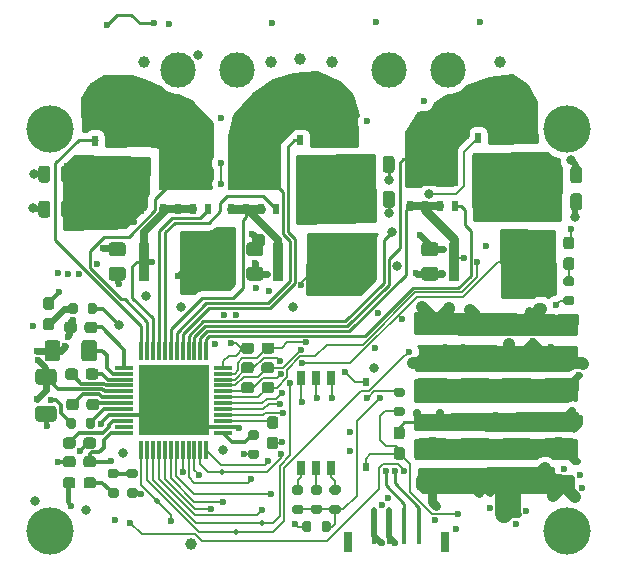
<source format=gbr>
%TF.GenerationSoftware,KiCad,Pcbnew,(5.1.8-0-10_14)*%
%TF.CreationDate,2021-05-13T19:53:47+02:00*%
%TF.ProjectId,Nauthiluscontroller,4e617574-6869-46c7-9573-636f6e74726f,rev?*%
%TF.SameCoordinates,Original*%
%TF.FileFunction,Copper,L1,Top*%
%TF.FilePolarity,Positive*%
%FSLAX46Y46*%
G04 Gerber Fmt 4.6, Leading zero omitted, Abs format (unit mm)*
G04 Created by KiCad (PCBNEW (5.1.8-0-10_14)) date 2021-05-13 19:53:47*
%MOMM*%
%LPD*%
G01*
G04 APERTURE LIST*
%TA.AperFunction,SMDPad,CuDef*%
%ADD10R,4.410000X4.550000*%
%TD*%
%TA.AperFunction,SMDPad,CuDef*%
%ADD11R,0.500000X0.850000*%
%TD*%
%TA.AperFunction,SMDPad,CuDef*%
%ADD12C,0.500000*%
%TD*%
%TA.AperFunction,ComponentPad*%
%ADD13C,0.300000*%
%TD*%
%TA.AperFunction,SMDPad,CuDef*%
%ADD14R,6.000000X6.000000*%
%TD*%
%TA.AperFunction,SMDPad,CuDef*%
%ADD15R,1.500000X0.300000*%
%TD*%
%TA.AperFunction,SMDPad,CuDef*%
%ADD16R,0.300000X1.500000*%
%TD*%
%TA.AperFunction,ComponentPad*%
%ADD17C,4.000000*%
%TD*%
%TA.AperFunction,SMDPad,CuDef*%
%ADD18R,0.760000X1.270000*%
%TD*%
%TA.AperFunction,ComponentPad*%
%ADD19C,3.000000*%
%TD*%
%TA.AperFunction,ComponentPad*%
%ADD20C,1.000000*%
%TD*%
%TA.AperFunction,ConnectorPad*%
%ADD21C,3.800000*%
%TD*%
%TA.AperFunction,ComponentPad*%
%ADD22C,2.600000*%
%TD*%
%TA.AperFunction,SMDPad,CuDef*%
%ADD23C,0.800000*%
%TD*%
%TA.AperFunction,SMDPad,CuDef*%
%ADD24R,0.350000X3.115000*%
%TD*%
%TA.AperFunction,SMDPad,CuDef*%
%ADD25R,0.700000X1.800000*%
%TD*%
%TA.AperFunction,SMDPad,CuDef*%
%ADD26R,0.900000X3.200000*%
%TD*%
%TA.AperFunction,SMDPad,CuDef*%
%ADD27R,0.600000X0.800000*%
%TD*%
%TA.AperFunction,ViaPad*%
%ADD28C,0.600000*%
%TD*%
%TA.AperFunction,ViaPad*%
%ADD29C,0.800000*%
%TD*%
%TA.AperFunction,Conductor*%
%ADD30C,1.000000*%
%TD*%
%TA.AperFunction,Conductor*%
%ADD31C,0.600000*%
%TD*%
%TA.AperFunction,Conductor*%
%ADD32C,0.300000*%
%TD*%
%TA.AperFunction,Conductor*%
%ADD33C,0.800000*%
%TD*%
%TA.AperFunction,Conductor*%
%ADD34C,1.500000*%
%TD*%
%TA.AperFunction,Conductor*%
%ADD35C,0.500000*%
%TD*%
%TA.AperFunction,Conductor*%
%ADD36C,0.250000*%
%TD*%
%TA.AperFunction,Conductor*%
%ADD37C,0.700000*%
%TD*%
%TA.AperFunction,Conductor*%
%ADD38C,0.200000*%
%TD*%
%TA.AperFunction,Conductor*%
%ADD39C,0.254000*%
%TD*%
%TA.AperFunction,Conductor*%
%ADD40C,0.100000*%
%TD*%
G04 APERTURE END LIST*
D10*
%TO.P,Q2,5*%
%TO.N,+24V*%
X123860000Y-87590000D03*
D11*
%TO.P,Q2,4*%
%TO.N,GHA*%
X121955000Y-83640000D03*
%TO.P,Q2,3*%
%TO.N,SHA*%
X123225000Y-83640000D03*
%TO.P,Q2,2*%
X124495000Y-83640000D03*
%TO.P,Q2,1*%
X125765000Y-83640000D03*
%TD*%
D12*
%TO.P,TP15,1*%
%TO.N,CS1_DRV*%
X135200000Y-112300000D03*
%TD*%
D10*
%TO.P,Q6,5*%
%TO.N,+24V*%
X156290000Y-87340000D03*
D11*
%TO.P,Q6,4*%
%TO.N,GHC*%
X154385000Y-83390000D03*
%TO.P,Q6,3*%
%TO.N,SHC*%
X155655000Y-83390000D03*
%TO.P,Q6,2*%
X156925000Y-83390000D03*
%TO.P,Q6,1*%
X158195000Y-83390000D03*
%TD*%
%TO.P,Q7,1*%
%TO.N,SLC*%
X148615000Y-89170000D03*
%TO.P,Q7,2*%
X149885000Y-89170000D03*
%TO.P,Q7,3*%
X151155000Y-89170000D03*
%TO.P,Q7,4*%
%TO.N,GLC*%
X152425000Y-89170000D03*
D10*
%TO.P,Q7,5*%
%TO.N,SHC*%
X150520000Y-85220000D03*
%TD*%
%TO.P,R16,2*%
%TO.N,+3V3*%
%TA.AperFunction,SMDPad,CuDef*%
G36*
G01*
X135095000Y-109810000D02*
X135645000Y-109810000D01*
G75*
G02*
X135845000Y-110010000I0J-200000D01*
G01*
X135845000Y-110410000D01*
G75*
G02*
X135645000Y-110610000I-200000J0D01*
G01*
X135095000Y-110610000D01*
G75*
G02*
X134895000Y-110410000I0J200000D01*
G01*
X134895000Y-110010000D01*
G75*
G02*
X135095000Y-109810000I200000J0D01*
G01*
G37*
%TD.AperFunction*%
%TO.P,R16,1*%
%TO.N,Net-(R16-Pad1)*%
%TA.AperFunction,SMDPad,CuDef*%
G36*
G01*
X135095000Y-108160000D02*
X135645000Y-108160000D01*
G75*
G02*
X135845000Y-108360000I0J-200000D01*
G01*
X135845000Y-108760000D01*
G75*
G02*
X135645000Y-108960000I-200000J0D01*
G01*
X135095000Y-108960000D01*
G75*
G02*
X134895000Y-108760000I0J200000D01*
G01*
X134895000Y-108360000D01*
G75*
G02*
X135095000Y-108160000I200000J0D01*
G01*
G37*
%TD.AperFunction*%
%TD*%
D13*
%TO.P,U11,49.25*%
%TO.N,N/C*%
X131023000Y-103222000D03*
%TO.P,U11,49.24*%
X131023000Y-104422000D03*
%TO.P,U11,49.23*%
X131023000Y-105622000D03*
%TO.P,U11,49.22*%
X131023000Y-106822000D03*
%TO.P,U11,49.21*%
X131023000Y-108022000D03*
%TO.P,U11,49.20*%
X129823000Y-103222000D03*
%TO.P,U11,49.19*%
X129823000Y-104422000D03*
%TO.P,U11,49.18*%
X129823000Y-105622000D03*
%TO.P,U11,49.17*%
X129823000Y-106822000D03*
%TO.P,U11,49.16*%
X129823000Y-108022000D03*
%TO.P,U11,49.15*%
X128623000Y-103222000D03*
%TO.P,U11,49.14*%
X128623000Y-104422000D03*
%TO.P,U11,49.13*%
X128623000Y-105622000D03*
%TO.P,U11,49.12*%
X128623000Y-106822000D03*
%TO.P,U11,49.11*%
X128623000Y-108022000D03*
%TO.P,U11,49.10*%
X127423000Y-103222000D03*
%TO.P,U11,49.9*%
X127423000Y-104422000D03*
%TO.P,U11,49.8*%
X127423000Y-105622000D03*
%TO.P,U11,49.7*%
X127423000Y-106822000D03*
%TO.P,U11,49.6*%
X127423000Y-108022000D03*
%TO.P,U11,49.5*%
X126223000Y-103222000D03*
%TO.P,U11,49.4*%
X126223000Y-104422000D03*
%TO.P,U11,49.3*%
X126223000Y-105622000D03*
%TO.P,U11,49.2*%
X126223000Y-106822000D03*
%TO.P,U11,49.1*%
X126223000Y-108022000D03*
D14*
%TO.P,U11,49*%
%TO.N,GND*%
X128623000Y-105622000D03*
D15*
%TO.P,U11,48*%
%TO.N,+3V3*%
X124423000Y-108372000D03*
%TO.P,U11,47*%
%TO.N,N/C*%
X124423000Y-107872000D03*
%TO.P,U11,46*%
%TO.N,Net-(C33-Pad1)*%
X124423000Y-107372000D03*
%TO.P,U11,45*%
%TO.N,GND*%
X124423000Y-106872000D03*
%TO.P,U11,44*%
%TO.N,Net-(R17-Pad2)*%
X124423000Y-106372000D03*
%TO.P,U11,43*%
%TO.N,Net-(C35-Pad2)*%
X124423000Y-105872000D03*
%TO.P,U11,42*%
%TO.N,Net-(C35-Pad1)*%
X124423000Y-105372000D03*
%TO.P,U11,41*%
%TO.N,+24V*%
X124423000Y-104872000D03*
%TO.P,U11,40*%
%TO.N,Net-(C38-Pad2)*%
X124423000Y-104372000D03*
%TO.P,U11,39*%
%TO.N,Net-(C38-Pad1)*%
X124423000Y-103872000D03*
%TO.P,U11,38*%
%TO.N,Net-(C40-Pad1)*%
X124423000Y-103372000D03*
%TO.P,U11,37*%
%TO.N,Net-(C41-Pad1)*%
X124423000Y-102872000D03*
D16*
%TO.P,U11,36*%
%TO.N,GHA*%
X125873000Y-101422000D03*
%TO.P,U11,35*%
%TO.N,SHA*%
X126373000Y-101422000D03*
%TO.P,U11,34*%
%TO.N,SLA*%
X126873000Y-101422000D03*
%TO.P,U11,33*%
%TO.N,GLA*%
X127373000Y-101422000D03*
%TO.P,U11,32*%
%TO.N,GLB*%
X127873000Y-101422000D03*
%TO.P,U11,31*%
%TO.N,SLB*%
X128373000Y-101422000D03*
%TO.P,U11,30*%
%TO.N,SHB*%
X128873000Y-101422000D03*
%TO.P,U11,29*%
%TO.N,GHB*%
X129373000Y-101422000D03*
%TO.P,U11,28*%
%TO.N,GHC*%
X129873000Y-101422000D03*
%TO.P,U11,27*%
%TO.N,SHC*%
X130373000Y-101422000D03*
%TO.P,U11,26*%
%TO.N,SLC*%
X130873000Y-101422000D03*
%TO.P,U11,25*%
%TO.N,GLC*%
X131373000Y-101422000D03*
D15*
%TO.P,U11,24*%
%TO.N,GND*%
X132823000Y-102872000D03*
%TO.P,U11,23*%
%TO.N,SLA*%
X132823000Y-103372000D03*
%TO.P,U11,22*%
%TO.N,GND*%
X132823000Y-103872000D03*
%TO.P,U11,21*%
%TO.N,SLB*%
X132823000Y-104372000D03*
%TO.P,U11,20*%
%TO.N,GND*%
X132823000Y-104872000D03*
%TO.P,U11,19*%
%TO.N,SLC*%
X132823000Y-105372000D03*
%TO.P,U11,18*%
%TO.N,SENSE_C*%
X132823000Y-105872000D03*
%TO.P,U11,17*%
%TO.N,SENSE_B*%
X132823000Y-106372000D03*
%TO.P,U11,16*%
%TO.N,SENSE_A*%
X132823000Y-106872000D03*
%TO.P,U11,15*%
%TO.N,Net-(C32-Pad2)*%
X132823000Y-107372000D03*
%TO.P,U11,14*%
%TO.N,GND*%
X132823000Y-107872000D03*
%TO.P,U11,13*%
%TO.N,Net-(R16-Pad1)*%
X132823000Y-108372000D03*
D16*
%TO.P,U11,12*%
%TO.N,CLK1_DRV*%
X131373000Y-109822000D03*
%TO.P,U11,11*%
%TO.N,MISO1_DRV*%
X130873000Y-109822000D03*
%TO.P,U11,10*%
%TO.N,MOSI1_DRV*%
X130373000Y-109822000D03*
%TO.P,U11,9*%
%TO.N,CS1_DRV*%
X129873000Y-109822000D03*
%TO.P,U11,8*%
%TO.N,nMFAULT*%
X129373000Y-109822000D03*
%TO.P,U11,7*%
%TO.N,INL_C*%
X128873000Y-109822000D03*
%TO.P,U11,6*%
%TO.N,INH_C*%
X128373000Y-109822000D03*
%TO.P,U11,5*%
%TO.N,INL_B*%
X127873000Y-109822000D03*
%TO.P,U11,4*%
%TO.N,INH_B*%
X127373000Y-109822000D03*
%TO.P,U11,3*%
%TO.N,INL_A*%
X126873000Y-109822000D03*
%TO.P,U11,2*%
%TO.N,INH_A*%
X126373000Y-109822000D03*
%TO.P,U11,1*%
%TO.N,ENA_GATE*%
X125873000Y-109822000D03*
%TD*%
D17*
%TO.P,H4,1*%
%TO.N,N/C*%
X161927359Y-116680000D03*
%TD*%
%TO.P,C49,1*%
%TO.N,GND*%
%TA.AperFunction,SMDPad,CuDef*%
G36*
G01*
X150775000Y-95505000D02*
X149825000Y-95505000D01*
G75*
G02*
X149575000Y-95255000I0J250000D01*
G01*
X149575000Y-94580000D01*
G75*
G02*
X149825000Y-94330000I250000J0D01*
G01*
X150775000Y-94330000D01*
G75*
G02*
X151025000Y-94580000I0J-250000D01*
G01*
X151025000Y-95255000D01*
G75*
G02*
X150775000Y-95505000I-250000J0D01*
G01*
G37*
%TD.AperFunction*%
%TO.P,C49,2*%
%TO.N,+24V*%
%TA.AperFunction,SMDPad,CuDef*%
G36*
G01*
X150775000Y-93430000D02*
X149825000Y-93430000D01*
G75*
G02*
X149575000Y-93180000I0J250000D01*
G01*
X149575000Y-92505000D01*
G75*
G02*
X149825000Y-92255000I250000J0D01*
G01*
X150775000Y-92255000D01*
G75*
G02*
X151025000Y-92505000I0J-250000D01*
G01*
X151025000Y-93180000D01*
G75*
G02*
X150775000Y-93430000I-250000J0D01*
G01*
G37*
%TD.AperFunction*%
%TD*%
D10*
%TO.P,Q5,5*%
%TO.N,SHB*%
X135390000Y-85500000D03*
D11*
%TO.P,Q5,4*%
%TO.N,GLB*%
X137295000Y-89450000D03*
%TO.P,Q5,3*%
%TO.N,SLB*%
X136025000Y-89450000D03*
%TO.P,Q5,2*%
X134755000Y-89450000D03*
%TO.P,Q5,1*%
X133485000Y-89450000D03*
%TD*%
%TO.P,Q3,1*%
%TO.N,SLA*%
X127705000Y-89450000D03*
%TO.P,Q3,2*%
X128975000Y-89450000D03*
%TO.P,Q3,3*%
X130245000Y-89450000D03*
%TO.P,Q3,4*%
%TO.N,GLA*%
X131515000Y-89450000D03*
D10*
%TO.P,Q3,5*%
%TO.N,SHA*%
X129610000Y-85500000D03*
%TD*%
D18*
%TO.P,SW2,6*%
%TO.N,+3V3*%
X139430000Y-103710000D03*
%TO.P,SW2,5*%
X140700000Y-103710000D03*
%TO.P,SW2,4*%
X141970000Y-103710000D03*
%TO.P,SW2,3*%
%TO.N,Net-(R10-Pad2)*%
X141970000Y-111340000D03*
%TO.P,SW2,2*%
%TO.N,Net-(R9-Pad1)*%
X140700000Y-111340000D03*
%TO.P,SW2,1*%
%TO.N,Net-(R8-Pad1)*%
X139430000Y-111340000D03*
%TD*%
D19*
%TO.P,J7,2*%
%TO.N,+24V*%
X134000000Y-77620000D03*
%TO.P,J7,1*%
%TO.N,GND*%
X129000000Y-77620000D03*
%TD*%
D20*
%TO.P,U7,1*%
%TO.N,+3V3*%
X139340000Y-76690000D03*
%TD*%
%TO.P,U17,1*%
%TO.N,+24V*%
X136870000Y-76950000D03*
%TD*%
D21*
%TO.P,U18,1*%
%TO.N,SHC*%
X156697360Y-80500000D03*
D22*
X156697360Y-80500000D03*
%TD*%
D11*
%TO.P,Q4,1*%
%TO.N,SHB*%
X143145000Y-83610000D03*
%TO.P,Q4,2*%
X141875000Y-83610000D03*
%TO.P,Q4,3*%
X140605000Y-83610000D03*
%TO.P,Q4,4*%
%TO.N,GHB*%
X139335000Y-83610000D03*
D10*
%TO.P,Q4,5*%
%TO.N,+24V*%
X141240000Y-87560000D03*
%TD*%
%TO.P,R22,1*%
%TO.N,Net-(D6-Pad1)*%
%TA.AperFunction,SMDPad,CuDef*%
G36*
G01*
X123775000Y-113885000D02*
X123225000Y-113885000D01*
G75*
G02*
X123025000Y-113685000I0J200000D01*
G01*
X123025000Y-113285000D01*
G75*
G02*
X123225000Y-113085000I200000J0D01*
G01*
X123775000Y-113085000D01*
G75*
G02*
X123975000Y-113285000I0J-200000D01*
G01*
X123975000Y-113685000D01*
G75*
G02*
X123775000Y-113885000I-200000J0D01*
G01*
G37*
%TD.AperFunction*%
%TO.P,R22,2*%
%TO.N,nMFAULT*%
%TA.AperFunction,SMDPad,CuDef*%
G36*
G01*
X123775000Y-112235000D02*
X123225000Y-112235000D01*
G75*
G02*
X123025000Y-112035000I0J200000D01*
G01*
X123025000Y-111635000D01*
G75*
G02*
X123225000Y-111435000I200000J0D01*
G01*
X123775000Y-111435000D01*
G75*
G02*
X123975000Y-111635000I0J-200000D01*
G01*
X123975000Y-112035000D01*
G75*
G02*
X123775000Y-112235000I-200000J0D01*
G01*
G37*
%TD.AperFunction*%
%TD*%
%TO.P,C45,2*%
%TO.N,+24V*%
%TA.AperFunction,SMDPad,CuDef*%
G36*
G01*
X135965000Y-93430000D02*
X135015000Y-93430000D01*
G75*
G02*
X134765000Y-93180000I0J250000D01*
G01*
X134765000Y-92505000D01*
G75*
G02*
X135015000Y-92255000I250000J0D01*
G01*
X135965000Y-92255000D01*
G75*
G02*
X136215000Y-92505000I0J-250000D01*
G01*
X136215000Y-93180000D01*
G75*
G02*
X135965000Y-93430000I-250000J0D01*
G01*
G37*
%TD.AperFunction*%
%TO.P,C45,1*%
%TO.N,GND*%
%TA.AperFunction,SMDPad,CuDef*%
G36*
G01*
X135965000Y-95505000D02*
X135015000Y-95505000D01*
G75*
G02*
X134765000Y-95255000I0J250000D01*
G01*
X134765000Y-94580000D01*
G75*
G02*
X135015000Y-94330000I250000J0D01*
G01*
X135965000Y-94330000D01*
G75*
G02*
X136215000Y-94580000I0J-250000D01*
G01*
X136215000Y-95255000D01*
G75*
G02*
X135965000Y-95505000I-250000J0D01*
G01*
G37*
%TD.AperFunction*%
%TD*%
%TO.P,C58,2*%
%TO.N,+24V*%
%TA.AperFunction,SMDPad,CuDef*%
G36*
G01*
X155220003Y-110162000D02*
X153019997Y-110162000D01*
G75*
G02*
X152770000Y-109912003I0J249997D01*
G01*
X152770000Y-109086997D01*
G75*
G02*
X153019997Y-108837000I249997J0D01*
G01*
X155220003Y-108837000D01*
G75*
G02*
X155470000Y-109086997I0J-249997D01*
G01*
X155470000Y-109912003D01*
G75*
G02*
X155220003Y-110162000I-249997J0D01*
G01*
G37*
%TD.AperFunction*%
%TO.P,C58,1*%
%TO.N,GND*%
%TA.AperFunction,SMDPad,CuDef*%
G36*
G01*
X155220003Y-113287000D02*
X153019997Y-113287000D01*
G75*
G02*
X152770000Y-113037003I0J249997D01*
G01*
X152770000Y-112211997D01*
G75*
G02*
X153019997Y-111962000I249997J0D01*
G01*
X155220003Y-111962000D01*
G75*
G02*
X155470000Y-112211997I0J-249997D01*
G01*
X155470000Y-113037003D01*
G75*
G02*
X155220003Y-113287000I-249997J0D01*
G01*
G37*
%TD.AperFunction*%
%TD*%
D23*
%TO.P,TP12,1*%
%TO.N,PWM_ENC*%
X138710000Y-97740000D03*
%TD*%
%TO.P,TP1,1*%
%TO.N,LOOP_PIN*%
X145550000Y-102930000D03*
%TD*%
%TO.P,R21,2*%
%TO.N,nMFAULT*%
%TA.AperFunction,SMDPad,CuDef*%
G36*
G01*
X125375000Y-112235000D02*
X124825000Y-112235000D01*
G75*
G02*
X124625000Y-112035000I0J200000D01*
G01*
X124625000Y-111635000D01*
G75*
G02*
X124825000Y-111435000I200000J0D01*
G01*
X125375000Y-111435000D01*
G75*
G02*
X125575000Y-111635000I0J-200000D01*
G01*
X125575000Y-112035000D01*
G75*
G02*
X125375000Y-112235000I-200000J0D01*
G01*
G37*
%TD.AperFunction*%
%TO.P,R21,1*%
%TO.N,+3V3*%
%TA.AperFunction,SMDPad,CuDef*%
G36*
G01*
X125375000Y-113885000D02*
X124825000Y-113885000D01*
G75*
G02*
X124625000Y-113685000I0J200000D01*
G01*
X124625000Y-113285000D01*
G75*
G02*
X124825000Y-113085000I200000J0D01*
G01*
X125375000Y-113085000D01*
G75*
G02*
X125575000Y-113285000I0J-200000D01*
G01*
X125575000Y-113685000D01*
G75*
G02*
X125375000Y-113885000I-200000J0D01*
G01*
G37*
%TD.AperFunction*%
%TD*%
%TO.P,C26,2*%
%TO.N,+24V*%
%TA.AperFunction,SMDPad,CuDef*%
G36*
G01*
X151620003Y-105062000D02*
X149419997Y-105062000D01*
G75*
G02*
X149170000Y-104812003I0J249997D01*
G01*
X149170000Y-103986997D01*
G75*
G02*
X149419997Y-103737000I249997J0D01*
G01*
X151620003Y-103737000D01*
G75*
G02*
X151870000Y-103986997I0J-249997D01*
G01*
X151870000Y-104812003D01*
G75*
G02*
X151620003Y-105062000I-249997J0D01*
G01*
G37*
%TD.AperFunction*%
%TO.P,C26,1*%
%TO.N,GND*%
%TA.AperFunction,SMDPad,CuDef*%
G36*
G01*
X151620003Y-108187000D02*
X149419997Y-108187000D01*
G75*
G02*
X149170000Y-107937003I0J249997D01*
G01*
X149170000Y-107111997D01*
G75*
G02*
X149419997Y-106862000I249997J0D01*
G01*
X151620003Y-106862000D01*
G75*
G02*
X151870000Y-107111997I0J-249997D01*
G01*
X151870000Y-107937003D01*
G75*
G02*
X151620003Y-108187000I-249997J0D01*
G01*
G37*
%TD.AperFunction*%
%TD*%
%TO.P,C20,1*%
%TO.N,GND*%
%TA.AperFunction,SMDPad,CuDef*%
G36*
G01*
X158762003Y-103124500D02*
X156561997Y-103124500D01*
G75*
G02*
X156312000Y-102874503I0J249997D01*
G01*
X156312000Y-102049497D01*
G75*
G02*
X156561997Y-101799500I249997J0D01*
G01*
X158762003Y-101799500D01*
G75*
G02*
X159012000Y-102049497I0J-249997D01*
G01*
X159012000Y-102874503D01*
G75*
G02*
X158762003Y-103124500I-249997J0D01*
G01*
G37*
%TD.AperFunction*%
%TO.P,C20,2*%
%TO.N,+24V*%
%TA.AperFunction,SMDPad,CuDef*%
G36*
G01*
X158762003Y-99999500D02*
X156561997Y-99999500D01*
G75*
G02*
X156312000Y-99749503I0J249997D01*
G01*
X156312000Y-98924497D01*
G75*
G02*
X156561997Y-98674500I249997J0D01*
G01*
X158762003Y-98674500D01*
G75*
G02*
X159012000Y-98924497I0J-249997D01*
G01*
X159012000Y-99749503D01*
G75*
G02*
X158762003Y-99999500I-249997J0D01*
G01*
G37*
%TD.AperFunction*%
%TD*%
%TO.P,C40,1*%
%TO.N,Net-(C40-Pad1)*%
%TA.AperFunction,SMDPad,CuDef*%
G36*
G01*
X122130000Y-100779997D02*
X122130000Y-102080003D01*
G75*
G02*
X121880003Y-102330000I-249997J0D01*
G01*
X121054997Y-102330000D01*
G75*
G02*
X120805000Y-102080003I0J249997D01*
G01*
X120805000Y-100779997D01*
G75*
G02*
X121054997Y-100530000I249997J0D01*
G01*
X121880003Y-100530000D01*
G75*
G02*
X122130000Y-100779997I0J-249997D01*
G01*
G37*
%TD.AperFunction*%
%TO.P,C40,2*%
%TO.N,+24V*%
%TA.AperFunction,SMDPad,CuDef*%
G36*
G01*
X119005000Y-100779997D02*
X119005000Y-102080003D01*
G75*
G02*
X118755003Y-102330000I-249997J0D01*
G01*
X117929997Y-102330000D01*
G75*
G02*
X117680000Y-102080003I0J249997D01*
G01*
X117680000Y-100779997D01*
G75*
G02*
X117929997Y-100530000I249997J0D01*
G01*
X118755003Y-100530000D01*
G75*
G02*
X119005000Y-100779997I0J-249997D01*
G01*
G37*
%TD.AperFunction*%
%TD*%
D21*
%TO.P,U16,1*%
%TO.N,SHB*%
X140048680Y-80500000D03*
D22*
X140048680Y-80500000D03*
%TD*%
D19*
%TO.P,J6,1*%
%TO.N,GND*%
X146850000Y-77620000D03*
%TO.P,J6,2*%
%TO.N,+24V*%
X151850000Y-77620000D03*
%TD*%
%TO.P,C21,2*%
%TO.N,+24V*%
%TA.AperFunction,SMDPad,CuDef*%
G36*
G01*
X158750003Y-105062000D02*
X156549997Y-105062000D01*
G75*
G02*
X156300000Y-104812003I0J249997D01*
G01*
X156300000Y-103986997D01*
G75*
G02*
X156549997Y-103737000I249997J0D01*
G01*
X158750003Y-103737000D01*
G75*
G02*
X159000000Y-103986997I0J-249997D01*
G01*
X159000000Y-104812003D01*
G75*
G02*
X158750003Y-105062000I-249997J0D01*
G01*
G37*
%TD.AperFunction*%
%TO.P,C21,1*%
%TO.N,GND*%
%TA.AperFunction,SMDPad,CuDef*%
G36*
G01*
X158750003Y-108187000D02*
X156549997Y-108187000D01*
G75*
G02*
X156300000Y-107937003I0J249997D01*
G01*
X156300000Y-107111997D01*
G75*
G02*
X156549997Y-106862000I249997J0D01*
G01*
X158750003Y-106862000D01*
G75*
G02*
X159000000Y-107111997I0J-249997D01*
G01*
X159000000Y-107937003D01*
G75*
G02*
X158750003Y-108187000I-249997J0D01*
G01*
G37*
%TD.AperFunction*%
%TD*%
%TO.P,C24,1*%
%TO.N,GND*%
%TA.AperFunction,SMDPad,CuDef*%
G36*
G01*
X162322003Y-113287000D02*
X160121997Y-113287000D01*
G75*
G02*
X159872000Y-113037003I0J249997D01*
G01*
X159872000Y-112211997D01*
G75*
G02*
X160121997Y-111962000I249997J0D01*
G01*
X162322003Y-111962000D01*
G75*
G02*
X162572000Y-112211997I0J-249997D01*
G01*
X162572000Y-113037003D01*
G75*
G02*
X162322003Y-113287000I-249997J0D01*
G01*
G37*
%TD.AperFunction*%
%TO.P,C24,2*%
%TO.N,+24V*%
%TA.AperFunction,SMDPad,CuDef*%
G36*
G01*
X162322003Y-110162000D02*
X160121997Y-110162000D01*
G75*
G02*
X159872000Y-109912003I0J249997D01*
G01*
X159872000Y-109086997D01*
G75*
G02*
X160121997Y-108837000I249997J0D01*
G01*
X162322003Y-108837000D01*
G75*
G02*
X162572000Y-109086997I0J-249997D01*
G01*
X162572000Y-109912003D01*
G75*
G02*
X162322003Y-110162000I-249997J0D01*
G01*
G37*
%TD.AperFunction*%
%TD*%
%TO.P,C27,1*%
%TO.N,GND*%
%TA.AperFunction,SMDPad,CuDef*%
G36*
G01*
X162322003Y-108187000D02*
X160121997Y-108187000D01*
G75*
G02*
X159872000Y-107937003I0J249997D01*
G01*
X159872000Y-107111997D01*
G75*
G02*
X160121997Y-106862000I249997J0D01*
G01*
X162322003Y-106862000D01*
G75*
G02*
X162572000Y-107111997I0J-249997D01*
G01*
X162572000Y-107937003D01*
G75*
G02*
X162322003Y-108187000I-249997J0D01*
G01*
G37*
%TD.AperFunction*%
%TO.P,C27,2*%
%TO.N,+24V*%
%TA.AperFunction,SMDPad,CuDef*%
G36*
G01*
X162322003Y-105062000D02*
X160121997Y-105062000D01*
G75*
G02*
X159872000Y-104812003I0J249997D01*
G01*
X159872000Y-103986997D01*
G75*
G02*
X160121997Y-103737000I249997J0D01*
G01*
X162322003Y-103737000D01*
G75*
G02*
X162572000Y-103986997I0J-249997D01*
G01*
X162572000Y-104812003D01*
G75*
G02*
X162322003Y-105062000I-249997J0D01*
G01*
G37*
%TD.AperFunction*%
%TD*%
%TO.P,C28,2*%
%TO.N,+24V*%
%TA.AperFunction,SMDPad,CuDef*%
G36*
G01*
X158750003Y-110162000D02*
X156549997Y-110162000D01*
G75*
G02*
X156300000Y-109912003I0J249997D01*
G01*
X156300000Y-109086997D01*
G75*
G02*
X156549997Y-108837000I249997J0D01*
G01*
X158750003Y-108837000D01*
G75*
G02*
X159000000Y-109086997I0J-249997D01*
G01*
X159000000Y-109912003D01*
G75*
G02*
X158750003Y-110162000I-249997J0D01*
G01*
G37*
%TD.AperFunction*%
%TO.P,C28,1*%
%TO.N,GND*%
%TA.AperFunction,SMDPad,CuDef*%
G36*
G01*
X158750003Y-113287000D02*
X156549997Y-113287000D01*
G75*
G02*
X156300000Y-113037003I0J249997D01*
G01*
X156300000Y-112211997D01*
G75*
G02*
X156549997Y-111962000I249997J0D01*
G01*
X158750003Y-111962000D01*
G75*
G02*
X159000000Y-112211997I0J-249997D01*
G01*
X159000000Y-113037003D01*
G75*
G02*
X158750003Y-113287000I-249997J0D01*
G01*
G37*
%TD.AperFunction*%
%TD*%
%TO.P,C29,2*%
%TO.N,SLA*%
%TA.AperFunction,SMDPad,CuDef*%
G36*
G01*
X136055000Y-101447500D02*
X136055000Y-100972500D01*
G75*
G02*
X136292500Y-100735000I237500J0D01*
G01*
X136892500Y-100735000D01*
G75*
G02*
X137130000Y-100972500I0J-237500D01*
G01*
X137130000Y-101447500D01*
G75*
G02*
X136892500Y-101685000I-237500J0D01*
G01*
X136292500Y-101685000D01*
G75*
G02*
X136055000Y-101447500I0J237500D01*
G01*
G37*
%TD.AperFunction*%
%TO.P,C29,1*%
%TO.N,GND*%
%TA.AperFunction,SMDPad,CuDef*%
G36*
G01*
X134330000Y-101447500D02*
X134330000Y-100972500D01*
G75*
G02*
X134567500Y-100735000I237500J0D01*
G01*
X135167500Y-100735000D01*
G75*
G02*
X135405000Y-100972500I0J-237500D01*
G01*
X135405000Y-101447500D01*
G75*
G02*
X135167500Y-101685000I-237500J0D01*
G01*
X134567500Y-101685000D01*
G75*
G02*
X134330000Y-101447500I0J237500D01*
G01*
G37*
%TD.AperFunction*%
%TD*%
%TO.P,C31,2*%
%TO.N,+3V3*%
%TA.AperFunction,SMDPad,CuDef*%
G36*
G01*
X120965500Y-111072500D02*
X120965500Y-110597500D01*
G75*
G02*
X121203000Y-110360000I237500J0D01*
G01*
X121803000Y-110360000D01*
G75*
G02*
X122040500Y-110597500I0J-237500D01*
G01*
X122040500Y-111072500D01*
G75*
G02*
X121803000Y-111310000I-237500J0D01*
G01*
X121203000Y-111310000D01*
G75*
G02*
X120965500Y-111072500I0J237500D01*
G01*
G37*
%TD.AperFunction*%
%TO.P,C31,1*%
%TO.N,GND*%
%TA.AperFunction,SMDPad,CuDef*%
G36*
G01*
X119240500Y-111072500D02*
X119240500Y-110597500D01*
G75*
G02*
X119478000Y-110360000I237500J0D01*
G01*
X120078000Y-110360000D01*
G75*
G02*
X120315500Y-110597500I0J-237500D01*
G01*
X120315500Y-111072500D01*
G75*
G02*
X120078000Y-111310000I-237500J0D01*
G01*
X119478000Y-111310000D01*
G75*
G02*
X119240500Y-111072500I0J237500D01*
G01*
G37*
%TD.AperFunction*%
%TD*%
%TO.P,C32,2*%
%TO.N,Net-(C32-Pad2)*%
%TA.AperFunction,SMDPad,CuDef*%
G36*
G01*
X137227500Y-108045000D02*
X136752500Y-108045000D01*
G75*
G02*
X136515000Y-107807500I0J237500D01*
G01*
X136515000Y-107207500D01*
G75*
G02*
X136752500Y-106970000I237500J0D01*
G01*
X137227500Y-106970000D01*
G75*
G02*
X137465000Y-107207500I0J-237500D01*
G01*
X137465000Y-107807500D01*
G75*
G02*
X137227500Y-108045000I-237500J0D01*
G01*
G37*
%TD.AperFunction*%
%TO.P,C32,1*%
%TO.N,GND*%
%TA.AperFunction,SMDPad,CuDef*%
G36*
G01*
X137227500Y-109770000D02*
X136752500Y-109770000D01*
G75*
G02*
X136515000Y-109532500I0J237500D01*
G01*
X136515000Y-108932500D01*
G75*
G02*
X136752500Y-108695000I237500J0D01*
G01*
X137227500Y-108695000D01*
G75*
G02*
X137465000Y-108932500I0J-237500D01*
G01*
X137465000Y-109532500D01*
G75*
G02*
X137227500Y-109770000I-237500J0D01*
G01*
G37*
%TD.AperFunction*%
%TD*%
%TO.P,C33,2*%
%TO.N,GND*%
%TA.AperFunction,SMDPad,CuDef*%
G36*
G01*
X120965500Y-109484500D02*
X120965500Y-109009500D01*
G75*
G02*
X121203000Y-108772000I237500J0D01*
G01*
X121803000Y-108772000D01*
G75*
G02*
X122040500Y-109009500I0J-237500D01*
G01*
X122040500Y-109484500D01*
G75*
G02*
X121803000Y-109722000I-237500J0D01*
G01*
X121203000Y-109722000D01*
G75*
G02*
X120965500Y-109484500I0J237500D01*
G01*
G37*
%TD.AperFunction*%
%TO.P,C33,1*%
%TO.N,Net-(C33-Pad1)*%
%TA.AperFunction,SMDPad,CuDef*%
G36*
G01*
X119240500Y-109484500D02*
X119240500Y-109009500D01*
G75*
G02*
X119478000Y-108772000I237500J0D01*
G01*
X120078000Y-108772000D01*
G75*
G02*
X120315500Y-109009500I0J-237500D01*
G01*
X120315500Y-109484500D01*
G75*
G02*
X120078000Y-109722000I-237500J0D01*
G01*
X119478000Y-109722000D01*
G75*
G02*
X119240500Y-109484500I0J237500D01*
G01*
G37*
%TD.AperFunction*%
%TD*%
%TO.P,C34,1*%
%TO.N,GND*%
%TA.AperFunction,SMDPad,CuDef*%
G36*
G01*
X134317500Y-103117500D02*
X134317500Y-102642500D01*
G75*
G02*
X134555000Y-102405000I237500J0D01*
G01*
X135155000Y-102405000D01*
G75*
G02*
X135392500Y-102642500I0J-237500D01*
G01*
X135392500Y-103117500D01*
G75*
G02*
X135155000Y-103355000I-237500J0D01*
G01*
X134555000Y-103355000D01*
G75*
G02*
X134317500Y-103117500I0J237500D01*
G01*
G37*
%TD.AperFunction*%
%TO.P,C34,2*%
%TO.N,SLB*%
%TA.AperFunction,SMDPad,CuDef*%
G36*
G01*
X136042500Y-103117500D02*
X136042500Y-102642500D01*
G75*
G02*
X136280000Y-102405000I237500J0D01*
G01*
X136880000Y-102405000D01*
G75*
G02*
X137117500Y-102642500I0J-237500D01*
G01*
X137117500Y-103117500D01*
G75*
G02*
X136880000Y-103355000I-237500J0D01*
G01*
X136280000Y-103355000D01*
G75*
G02*
X136042500Y-103117500I0J237500D01*
G01*
G37*
%TD.AperFunction*%
%TD*%
%TO.P,C35,2*%
%TO.N,Net-(C35-Pad2)*%
%TA.AperFunction,SMDPad,CuDef*%
G36*
G01*
X121230000Y-106222500D02*
X121230000Y-105747500D01*
G75*
G02*
X121467500Y-105510000I237500J0D01*
G01*
X122067500Y-105510000D01*
G75*
G02*
X122305000Y-105747500I0J-237500D01*
G01*
X122305000Y-106222500D01*
G75*
G02*
X122067500Y-106460000I-237500J0D01*
G01*
X121467500Y-106460000D01*
G75*
G02*
X121230000Y-106222500I0J237500D01*
G01*
G37*
%TD.AperFunction*%
%TO.P,C35,1*%
%TO.N,Net-(C35-Pad1)*%
%TA.AperFunction,SMDPad,CuDef*%
G36*
G01*
X119505000Y-106222500D02*
X119505000Y-105747500D01*
G75*
G02*
X119742500Y-105510000I237500J0D01*
G01*
X120342500Y-105510000D01*
G75*
G02*
X120580000Y-105747500I0J-237500D01*
G01*
X120580000Y-106222500D01*
G75*
G02*
X120342500Y-106460000I-237500J0D01*
G01*
X119742500Y-106460000D01*
G75*
G02*
X119505000Y-106222500I0J237500D01*
G01*
G37*
%TD.AperFunction*%
%TD*%
%TO.P,C36,2*%
%TO.N,+24V*%
%TA.AperFunction,SMDPad,CuDef*%
G36*
G01*
X118450003Y-104300000D02*
X117149997Y-104300000D01*
G75*
G02*
X116900000Y-104050003I0J249997D01*
G01*
X116900000Y-103224997D01*
G75*
G02*
X117149997Y-102975000I249997J0D01*
G01*
X118450003Y-102975000D01*
G75*
G02*
X118700000Y-103224997I0J-249997D01*
G01*
X118700000Y-104050003D01*
G75*
G02*
X118450003Y-104300000I-249997J0D01*
G01*
G37*
%TD.AperFunction*%
%TO.P,C36,1*%
%TO.N,GND*%
%TA.AperFunction,SMDPad,CuDef*%
G36*
G01*
X118450003Y-107425000D02*
X117149997Y-107425000D01*
G75*
G02*
X116900000Y-107175003I0J249997D01*
G01*
X116900000Y-106349997D01*
G75*
G02*
X117149997Y-106100000I249997J0D01*
G01*
X118450003Y-106100000D01*
G75*
G02*
X118700000Y-106349997I0J-249997D01*
G01*
X118700000Y-107175003D01*
G75*
G02*
X118450003Y-107425000I-249997J0D01*
G01*
G37*
%TD.AperFunction*%
%TD*%
%TO.P,C38,1*%
%TO.N,Net-(C38-Pad1)*%
%TA.AperFunction,SMDPad,CuDef*%
G36*
G01*
X122227500Y-103172500D02*
X122227500Y-103647500D01*
G75*
G02*
X121990000Y-103885000I-237500J0D01*
G01*
X121390000Y-103885000D01*
G75*
G02*
X121152500Y-103647500I0J237500D01*
G01*
X121152500Y-103172500D01*
G75*
G02*
X121390000Y-102935000I237500J0D01*
G01*
X121990000Y-102935000D01*
G75*
G02*
X122227500Y-103172500I0J-237500D01*
G01*
G37*
%TD.AperFunction*%
%TO.P,C38,2*%
%TO.N,Net-(C38-Pad2)*%
%TA.AperFunction,SMDPad,CuDef*%
G36*
G01*
X120502500Y-103172500D02*
X120502500Y-103647500D01*
G75*
G02*
X120265000Y-103885000I-237500J0D01*
G01*
X119665000Y-103885000D01*
G75*
G02*
X119427500Y-103647500I0J237500D01*
G01*
X119427500Y-103172500D01*
G75*
G02*
X119665000Y-102935000I237500J0D01*
G01*
X120265000Y-102935000D01*
G75*
G02*
X120502500Y-103172500I0J-237500D01*
G01*
G37*
%TD.AperFunction*%
%TD*%
%TO.P,C41,1*%
%TO.N,Net-(C41-Pad1)*%
%TA.AperFunction,SMDPad,CuDef*%
G36*
G01*
X122135000Y-99222500D02*
X122135000Y-99697500D01*
G75*
G02*
X121897500Y-99935000I-237500J0D01*
G01*
X121297500Y-99935000D01*
G75*
G02*
X121060000Y-99697500I0J237500D01*
G01*
X121060000Y-99222500D01*
G75*
G02*
X121297500Y-98985000I237500J0D01*
G01*
X121897500Y-98985000D01*
G75*
G02*
X122135000Y-99222500I0J-237500D01*
G01*
G37*
%TD.AperFunction*%
%TO.P,C41,2*%
%TO.N,GND*%
%TA.AperFunction,SMDPad,CuDef*%
G36*
G01*
X120410000Y-99222500D02*
X120410000Y-99697500D01*
G75*
G02*
X120172500Y-99935000I-237500J0D01*
G01*
X119572500Y-99935000D01*
G75*
G02*
X119335000Y-99697500I0J237500D01*
G01*
X119335000Y-99222500D01*
G75*
G02*
X119572500Y-98985000I237500J0D01*
G01*
X120172500Y-98985000D01*
G75*
G02*
X120410000Y-99222500I0J-237500D01*
G01*
G37*
%TD.AperFunction*%
%TD*%
%TO.P,C42,2*%
%TO.N,SLC*%
%TA.AperFunction,SMDPad,CuDef*%
G36*
G01*
X136062500Y-104787500D02*
X136062500Y-104312500D01*
G75*
G02*
X136300000Y-104075000I237500J0D01*
G01*
X136900000Y-104075000D01*
G75*
G02*
X137137500Y-104312500I0J-237500D01*
G01*
X137137500Y-104787500D01*
G75*
G02*
X136900000Y-105025000I-237500J0D01*
G01*
X136300000Y-105025000D01*
G75*
G02*
X136062500Y-104787500I0J237500D01*
G01*
G37*
%TD.AperFunction*%
%TO.P,C42,1*%
%TO.N,GND*%
%TA.AperFunction,SMDPad,CuDef*%
G36*
G01*
X134337500Y-104787500D02*
X134337500Y-104312500D01*
G75*
G02*
X134575000Y-104075000I237500J0D01*
G01*
X135175000Y-104075000D01*
G75*
G02*
X135412500Y-104312500I0J-237500D01*
G01*
X135412500Y-104787500D01*
G75*
G02*
X135175000Y-105025000I-237500J0D01*
G01*
X134575000Y-105025000D01*
G75*
G02*
X134337500Y-104787500I0J237500D01*
G01*
G37*
%TD.AperFunction*%
%TD*%
%TO.P,C44,1*%
%TO.N,GND*%
%TA.AperFunction,SMDPad,CuDef*%
G36*
G01*
X124305000Y-95505000D02*
X123355000Y-95505000D01*
G75*
G02*
X123105000Y-95255000I0J250000D01*
G01*
X123105000Y-94580000D01*
G75*
G02*
X123355000Y-94330000I250000J0D01*
G01*
X124305000Y-94330000D01*
G75*
G02*
X124555000Y-94580000I0J-250000D01*
G01*
X124555000Y-95255000D01*
G75*
G02*
X124305000Y-95505000I-250000J0D01*
G01*
G37*
%TD.AperFunction*%
%TO.P,C44,2*%
%TO.N,+24V*%
%TA.AperFunction,SMDPad,CuDef*%
G36*
G01*
X124305000Y-93430000D02*
X123355000Y-93430000D01*
G75*
G02*
X123105000Y-93180000I0J250000D01*
G01*
X123105000Y-92505000D01*
G75*
G02*
X123355000Y-92255000I250000J0D01*
G01*
X124305000Y-92255000D01*
G75*
G02*
X124555000Y-92505000I0J-250000D01*
G01*
X124555000Y-93180000D01*
G75*
G02*
X124305000Y-93430000I-250000J0D01*
G01*
G37*
%TD.AperFunction*%
%TD*%
%TO.P,C54,1*%
%TO.N,GND*%
%TA.AperFunction,SMDPad,CuDef*%
G36*
G01*
X155220003Y-103124500D02*
X153019997Y-103124500D01*
G75*
G02*
X152770000Y-102874503I0J249997D01*
G01*
X152770000Y-102049497D01*
G75*
G02*
X153019997Y-101799500I249997J0D01*
G01*
X155220003Y-101799500D01*
G75*
G02*
X155470000Y-102049497I0J-249997D01*
G01*
X155470000Y-102874503D01*
G75*
G02*
X155220003Y-103124500I-249997J0D01*
G01*
G37*
%TD.AperFunction*%
%TO.P,C54,2*%
%TO.N,+24V*%
%TA.AperFunction,SMDPad,CuDef*%
G36*
G01*
X155220003Y-99999500D02*
X153019997Y-99999500D01*
G75*
G02*
X152770000Y-99749503I0J249997D01*
G01*
X152770000Y-98924497D01*
G75*
G02*
X153019997Y-98674500I249997J0D01*
G01*
X155220003Y-98674500D01*
G75*
G02*
X155470000Y-98924497I0J-249997D01*
G01*
X155470000Y-99749503D01*
G75*
G02*
X155220003Y-99999500I-249997J0D01*
G01*
G37*
%TD.AperFunction*%
%TD*%
%TO.P,C55,2*%
%TO.N,+24V*%
%TA.AperFunction,SMDPad,CuDef*%
G36*
G01*
X155220003Y-105062000D02*
X153019997Y-105062000D01*
G75*
G02*
X152770000Y-104812003I0J249997D01*
G01*
X152770000Y-103986997D01*
G75*
G02*
X153019997Y-103737000I249997J0D01*
G01*
X155220003Y-103737000D01*
G75*
G02*
X155470000Y-103986997I0J-249997D01*
G01*
X155470000Y-104812003D01*
G75*
G02*
X155220003Y-105062000I-249997J0D01*
G01*
G37*
%TD.AperFunction*%
%TO.P,C55,1*%
%TO.N,GND*%
%TA.AperFunction,SMDPad,CuDef*%
G36*
G01*
X155220003Y-108187000D02*
X153019997Y-108187000D01*
G75*
G02*
X152770000Y-107937003I0J249997D01*
G01*
X152770000Y-107111997D01*
G75*
G02*
X153019997Y-106862000I249997J0D01*
G01*
X155220003Y-106862000D01*
G75*
G02*
X155470000Y-107111997I0J-249997D01*
G01*
X155470000Y-107937003D01*
G75*
G02*
X155220003Y-108187000I-249997J0D01*
G01*
G37*
%TD.AperFunction*%
%TD*%
%TO.P,C56,2*%
%TO.N,+24V*%
%TA.AperFunction,SMDPad,CuDef*%
G36*
G01*
X151620003Y-99999500D02*
X149419997Y-99999500D01*
G75*
G02*
X149170000Y-99749503I0J249997D01*
G01*
X149170000Y-98924497D01*
G75*
G02*
X149419997Y-98674500I249997J0D01*
G01*
X151620003Y-98674500D01*
G75*
G02*
X151870000Y-98924497I0J-249997D01*
G01*
X151870000Y-99749503D01*
G75*
G02*
X151620003Y-99999500I-249997J0D01*
G01*
G37*
%TD.AperFunction*%
%TO.P,C56,1*%
%TO.N,GND*%
%TA.AperFunction,SMDPad,CuDef*%
G36*
G01*
X151620003Y-103124500D02*
X149419997Y-103124500D01*
G75*
G02*
X149170000Y-102874503I0J249997D01*
G01*
X149170000Y-102049497D01*
G75*
G02*
X149419997Y-101799500I249997J0D01*
G01*
X151620003Y-101799500D01*
G75*
G02*
X151870000Y-102049497I0J-249997D01*
G01*
X151870000Y-102874503D01*
G75*
G02*
X151620003Y-103124500I-249997J0D01*
G01*
G37*
%TD.AperFunction*%
%TD*%
%TO.P,C57,1*%
%TO.N,GND*%
%TA.AperFunction,SMDPad,CuDef*%
G36*
G01*
X162322003Y-103124500D02*
X160121997Y-103124500D01*
G75*
G02*
X159872000Y-102874503I0J249997D01*
G01*
X159872000Y-102049497D01*
G75*
G02*
X160121997Y-101799500I249997J0D01*
G01*
X162322003Y-101799500D01*
G75*
G02*
X162572000Y-102049497I0J-249997D01*
G01*
X162572000Y-102874503D01*
G75*
G02*
X162322003Y-103124500I-249997J0D01*
G01*
G37*
%TD.AperFunction*%
%TO.P,C57,2*%
%TO.N,+24V*%
%TA.AperFunction,SMDPad,CuDef*%
G36*
G01*
X162322003Y-99999500D02*
X160121997Y-99999500D01*
G75*
G02*
X159872000Y-99749503I0J249997D01*
G01*
X159872000Y-98924497D01*
G75*
G02*
X160121997Y-98674500I249997J0D01*
G01*
X162322003Y-98674500D01*
G75*
G02*
X162572000Y-98924497I0J-249997D01*
G01*
X162572000Y-99749503D01*
G75*
G02*
X162322003Y-99999500I-249997J0D01*
G01*
G37*
%TD.AperFunction*%
%TD*%
%TO.P,C59,1*%
%TO.N,GND*%
%TA.AperFunction,SMDPad,CuDef*%
G36*
G01*
X151620003Y-113287000D02*
X149419997Y-113287000D01*
G75*
G02*
X149170000Y-113037003I0J249997D01*
G01*
X149170000Y-112211997D01*
G75*
G02*
X149419997Y-111962000I249997J0D01*
G01*
X151620003Y-111962000D01*
G75*
G02*
X151870000Y-112211997I0J-249997D01*
G01*
X151870000Y-113037003D01*
G75*
G02*
X151620003Y-113287000I-249997J0D01*
G01*
G37*
%TD.AperFunction*%
%TO.P,C59,2*%
%TO.N,+24V*%
%TA.AperFunction,SMDPad,CuDef*%
G36*
G01*
X151620003Y-110162000D02*
X149419997Y-110162000D01*
G75*
G02*
X149170000Y-109912003I0J249997D01*
G01*
X149170000Y-109086997D01*
G75*
G02*
X149419997Y-108837000I249997J0D01*
G01*
X151620003Y-108837000D01*
G75*
G02*
X151870000Y-109086997I0J-249997D01*
G01*
X151870000Y-109912003D01*
G75*
G02*
X151620003Y-110162000I-249997J0D01*
G01*
G37*
%TD.AperFunction*%
%TD*%
%TO.P,R6,2*%
%TO.N,GND*%
%TA.AperFunction,SMDPad,CuDef*%
G36*
G01*
X140280000Y-116045000D02*
X140280000Y-116595000D01*
G75*
G02*
X140080000Y-116795000I-200000J0D01*
G01*
X139680000Y-116795000D01*
G75*
G02*
X139480000Y-116595000I0J200000D01*
G01*
X139480000Y-116045000D01*
G75*
G02*
X139680000Y-115845000I200000J0D01*
G01*
X140080000Y-115845000D01*
G75*
G02*
X140280000Y-116045000I0J-200000D01*
G01*
G37*
%TD.AperFunction*%
%TO.P,R6,1*%
%TO.N,CONFIG_SW*%
%TA.AperFunction,SMDPad,CuDef*%
G36*
G01*
X141930000Y-116045000D02*
X141930000Y-116595000D01*
G75*
G02*
X141730000Y-116795000I-200000J0D01*
G01*
X141330000Y-116795000D01*
G75*
G02*
X141130000Y-116595000I0J200000D01*
G01*
X141130000Y-116045000D01*
G75*
G02*
X141330000Y-115845000I200000J0D01*
G01*
X141730000Y-115845000D01*
G75*
G02*
X141930000Y-116045000I0J-200000D01*
G01*
G37*
%TD.AperFunction*%
%TD*%
%TO.P,R7,1*%
%TO.N,Net-(D3-Pad1)*%
%TA.AperFunction,SMDPad,CuDef*%
G36*
G01*
X119680000Y-98135000D02*
X119680000Y-97585000D01*
G75*
G02*
X119880000Y-97385000I200000J0D01*
G01*
X120280000Y-97385000D01*
G75*
G02*
X120480000Y-97585000I0J-200000D01*
G01*
X120480000Y-98135000D01*
G75*
G02*
X120280000Y-98335000I-200000J0D01*
G01*
X119880000Y-98335000D01*
G75*
G02*
X119680000Y-98135000I0J200000D01*
G01*
G37*
%TD.AperFunction*%
%TO.P,R7,2*%
%TO.N,+3V3*%
%TA.AperFunction,SMDPad,CuDef*%
G36*
G01*
X121330000Y-98135000D02*
X121330000Y-97585000D01*
G75*
G02*
X121530000Y-97385000I200000J0D01*
G01*
X121930000Y-97385000D01*
G75*
G02*
X122130000Y-97585000I0J-200000D01*
G01*
X122130000Y-98135000D01*
G75*
G02*
X121930000Y-98335000I-200000J0D01*
G01*
X121530000Y-98335000D01*
G75*
G02*
X121330000Y-98135000I0J200000D01*
G01*
G37*
%TD.AperFunction*%
%TD*%
%TO.P,R8,1*%
%TO.N,Net-(R8-Pad1)*%
%TA.AperFunction,SMDPad,CuDef*%
G36*
G01*
X138830000Y-112820000D02*
X139380000Y-112820000D01*
G75*
G02*
X139580000Y-113020000I0J-200000D01*
G01*
X139580000Y-113420000D01*
G75*
G02*
X139380000Y-113620000I-200000J0D01*
G01*
X138830000Y-113620000D01*
G75*
G02*
X138630000Y-113420000I0J200000D01*
G01*
X138630000Y-113020000D01*
G75*
G02*
X138830000Y-112820000I200000J0D01*
G01*
G37*
%TD.AperFunction*%
%TO.P,R8,2*%
%TO.N,CONFIG_SW*%
%TA.AperFunction,SMDPad,CuDef*%
G36*
G01*
X138830000Y-114470000D02*
X139380000Y-114470000D01*
G75*
G02*
X139580000Y-114670000I0J-200000D01*
G01*
X139580000Y-115070000D01*
G75*
G02*
X139380000Y-115270000I-200000J0D01*
G01*
X138830000Y-115270000D01*
G75*
G02*
X138630000Y-115070000I0J200000D01*
G01*
X138630000Y-114670000D01*
G75*
G02*
X138830000Y-114470000I200000J0D01*
G01*
G37*
%TD.AperFunction*%
%TD*%
%TO.P,R9,1*%
%TO.N,Net-(R9-Pad1)*%
%TA.AperFunction,SMDPad,CuDef*%
G36*
G01*
X140430000Y-112816000D02*
X140980000Y-112816000D01*
G75*
G02*
X141180000Y-113016000I0J-200000D01*
G01*
X141180000Y-113416000D01*
G75*
G02*
X140980000Y-113616000I-200000J0D01*
G01*
X140430000Y-113616000D01*
G75*
G02*
X140230000Y-113416000I0J200000D01*
G01*
X140230000Y-113016000D01*
G75*
G02*
X140430000Y-112816000I200000J0D01*
G01*
G37*
%TD.AperFunction*%
%TO.P,R9,2*%
%TO.N,CONFIG_SW*%
%TA.AperFunction,SMDPad,CuDef*%
G36*
G01*
X140430000Y-114466000D02*
X140980000Y-114466000D01*
G75*
G02*
X141180000Y-114666000I0J-200000D01*
G01*
X141180000Y-115066000D01*
G75*
G02*
X140980000Y-115266000I-200000J0D01*
G01*
X140430000Y-115266000D01*
G75*
G02*
X140230000Y-115066000I0J200000D01*
G01*
X140230000Y-114666000D01*
G75*
G02*
X140430000Y-114466000I200000J0D01*
G01*
G37*
%TD.AperFunction*%
%TD*%
%TO.P,R10,1*%
%TO.N,CONFIG_SW*%
%TA.AperFunction,SMDPad,CuDef*%
G36*
G01*
X142555000Y-115265000D02*
X142005000Y-115265000D01*
G75*
G02*
X141805000Y-115065000I0J200000D01*
G01*
X141805000Y-114665000D01*
G75*
G02*
X142005000Y-114465000I200000J0D01*
G01*
X142555000Y-114465000D01*
G75*
G02*
X142755000Y-114665000I0J-200000D01*
G01*
X142755000Y-115065000D01*
G75*
G02*
X142555000Y-115265000I-200000J0D01*
G01*
G37*
%TD.AperFunction*%
%TO.P,R10,2*%
%TO.N,Net-(R10-Pad2)*%
%TA.AperFunction,SMDPad,CuDef*%
G36*
G01*
X142555000Y-113615000D02*
X142005000Y-113615000D01*
G75*
G02*
X141805000Y-113415000I0J200000D01*
G01*
X141805000Y-113015000D01*
G75*
G02*
X142005000Y-112815000I200000J0D01*
G01*
X142555000Y-112815000D01*
G75*
G02*
X142755000Y-113015000I0J-200000D01*
G01*
X142755000Y-113415000D01*
G75*
G02*
X142555000Y-113615000I-200000J0D01*
G01*
G37*
%TD.AperFunction*%
%TD*%
%TO.P,R11,2*%
%TO.N,BLUE_LED*%
%TA.AperFunction,SMDPad,CuDef*%
G36*
G01*
X161795000Y-96795000D02*
X162345000Y-96795000D01*
G75*
G02*
X162545000Y-96995000I0J-200000D01*
G01*
X162545000Y-97395000D01*
G75*
G02*
X162345000Y-97595000I-200000J0D01*
G01*
X161795000Y-97595000D01*
G75*
G02*
X161595000Y-97395000I0J200000D01*
G01*
X161595000Y-96995000D01*
G75*
G02*
X161795000Y-96795000I200000J0D01*
G01*
G37*
%TD.AperFunction*%
%TO.P,R11,1*%
%TO.N,Net-(D4-Pad1)*%
%TA.AperFunction,SMDPad,CuDef*%
G36*
G01*
X161795000Y-95145000D02*
X162345000Y-95145000D01*
G75*
G02*
X162545000Y-95345000I0J-200000D01*
G01*
X162545000Y-95745000D01*
G75*
G02*
X162345000Y-95945000I-200000J0D01*
G01*
X161795000Y-95945000D01*
G75*
G02*
X161595000Y-95745000I0J200000D01*
G01*
X161595000Y-95345000D01*
G75*
G02*
X161795000Y-95145000I200000J0D01*
G01*
G37*
%TD.AperFunction*%
%TD*%
%TO.P,R17,1*%
%TO.N,+24V*%
%TA.AperFunction,SMDPad,CuDef*%
G36*
G01*
X119530000Y-107835000D02*
X119530000Y-107285000D01*
G75*
G02*
X119730000Y-107085000I200000J0D01*
G01*
X120130000Y-107085000D01*
G75*
G02*
X120330000Y-107285000I0J-200000D01*
G01*
X120330000Y-107835000D01*
G75*
G02*
X120130000Y-108035000I-200000J0D01*
G01*
X119730000Y-108035000D01*
G75*
G02*
X119530000Y-107835000I0J200000D01*
G01*
G37*
%TD.AperFunction*%
%TO.P,R17,2*%
%TO.N,Net-(R17-Pad2)*%
%TA.AperFunction,SMDPad,CuDef*%
G36*
G01*
X121180000Y-107835000D02*
X121180000Y-107285000D01*
G75*
G02*
X121380000Y-107085000I200000J0D01*
G01*
X121780000Y-107085000D01*
G75*
G02*
X121980000Y-107285000I0J-200000D01*
G01*
X121980000Y-107835000D01*
G75*
G02*
X121780000Y-108035000I-200000J0D01*
G01*
X121380000Y-108035000D01*
G75*
G02*
X121180000Y-107835000I0J200000D01*
G01*
G37*
%TD.AperFunction*%
%TD*%
D22*
%TO.P,U12,1*%
%TO.N,SHA*%
X123400000Y-80500000D03*
D21*
X123400000Y-80500000D03*
%TD*%
D24*
%TO.P,J8,1*%
%TO.N,+3V3*%
X145610000Y-116298000D03*
%TO.P,J8,2*%
%TO.N,GND*%
X146860000Y-116298000D03*
%TO.P,J8,3*%
%TO.N,SWDIO*%
X148110000Y-116298000D03*
%TO.P,J8,4*%
%TO.N,SWCLK*%
X149360000Y-116298000D03*
D25*
%TO.P,J8,*%
%TO.N,*%
X151560000Y-117600000D03*
X143410000Y-117600000D03*
%TD*%
D20*
%TO.P,U15,1*%
%TO.N,GND*%
X126080000Y-76950000D03*
%TD*%
%TO.P,U19,1*%
%TO.N,GND*%
X141980000Y-76950000D03*
%TD*%
%TO.P,U20,1*%
%TO.N,+3V3*%
X130060000Y-117820000D03*
%TD*%
%TO.P,D3,1*%
%TO.N,Net-(D3-Pad1)*%
%TA.AperFunction,SMDPad,CuDef*%
G36*
G01*
X118267500Y-99710000D02*
X117792500Y-99710000D01*
G75*
G02*
X117555000Y-99472500I0J237500D01*
G01*
X117555000Y-98897500D01*
G75*
G02*
X117792500Y-98660000I237500J0D01*
G01*
X118267500Y-98660000D01*
G75*
G02*
X118505000Y-98897500I0J-237500D01*
G01*
X118505000Y-99472500D01*
G75*
G02*
X118267500Y-99710000I-237500J0D01*
G01*
G37*
%TD.AperFunction*%
%TO.P,D3,2*%
%TO.N,GND*%
%TA.AperFunction,SMDPad,CuDef*%
G36*
G01*
X118267500Y-97960000D02*
X117792500Y-97960000D01*
G75*
G02*
X117555000Y-97722500I0J237500D01*
G01*
X117555000Y-97147500D01*
G75*
G02*
X117792500Y-96910000I237500J0D01*
G01*
X118267500Y-96910000D01*
G75*
G02*
X118505000Y-97147500I0J-237500D01*
G01*
X118505000Y-97722500D01*
G75*
G02*
X118267500Y-97960000I-237500J0D01*
G01*
G37*
%TD.AperFunction*%
%TD*%
%TO.P,D4,2*%
%TO.N,GND*%
%TA.AperFunction,SMDPad,CuDef*%
G36*
G01*
X162307500Y-92835000D02*
X161832500Y-92835000D01*
G75*
G02*
X161595000Y-92597500I0J237500D01*
G01*
X161595000Y-92022500D01*
G75*
G02*
X161832500Y-91785000I237500J0D01*
G01*
X162307500Y-91785000D01*
G75*
G02*
X162545000Y-92022500I0J-237500D01*
G01*
X162545000Y-92597500D01*
G75*
G02*
X162307500Y-92835000I-237500J0D01*
G01*
G37*
%TD.AperFunction*%
%TO.P,D4,1*%
%TO.N,Net-(D4-Pad1)*%
%TA.AperFunction,SMDPad,CuDef*%
G36*
G01*
X162307500Y-94585000D02*
X161832500Y-94585000D01*
G75*
G02*
X161595000Y-94347500I0J237500D01*
G01*
X161595000Y-93772500D01*
G75*
G02*
X161832500Y-93535000I237500J0D01*
G01*
X162307500Y-93535000D01*
G75*
G02*
X162545000Y-93772500I0J-237500D01*
G01*
X162545000Y-94347500D01*
G75*
G02*
X162307500Y-94585000I-237500J0D01*
G01*
G37*
%TD.AperFunction*%
%TD*%
%TO.P,D6,1*%
%TO.N,Net-(D6-Pad1)*%
%TA.AperFunction,SMDPad,CuDef*%
G36*
G01*
X122040500Y-112372500D02*
X122040500Y-112847500D01*
G75*
G02*
X121803000Y-113085000I-237500J0D01*
G01*
X121228000Y-113085000D01*
G75*
G02*
X120990500Y-112847500I0J237500D01*
G01*
X120990500Y-112372500D01*
G75*
G02*
X121228000Y-112135000I237500J0D01*
G01*
X121803000Y-112135000D01*
G75*
G02*
X122040500Y-112372500I0J-237500D01*
G01*
G37*
%TD.AperFunction*%
%TO.P,D6,2*%
%TO.N,+3V3*%
%TA.AperFunction,SMDPad,CuDef*%
G36*
G01*
X120290500Y-112372500D02*
X120290500Y-112847500D01*
G75*
G02*
X120053000Y-113085000I-237500J0D01*
G01*
X119478000Y-113085000D01*
G75*
G02*
X119240500Y-112847500I0J237500D01*
G01*
X119240500Y-112372500D01*
G75*
G02*
X119478000Y-112135000I237500J0D01*
G01*
X120053000Y-112135000D01*
G75*
G02*
X120290500Y-112372500I0J-237500D01*
G01*
G37*
%TD.AperFunction*%
%TD*%
%TO.P,U9,1*%
%TO.N,+24V*%
X156220000Y-76950000D03*
%TD*%
D17*
%TO.P,H1,1*%
%TO.N,N/C*%
X118170000Y-82680001D03*
%TD*%
%TO.P,H2,1*%
%TO.N,N/C*%
X161927359Y-82680001D03*
%TD*%
%TO.P,H3,1*%
%TO.N,N/C*%
X118170000Y-116680000D03*
%TD*%
%TO.P,C2,2*%
%TO.N,GND*%
%TA.AperFunction,SMDPad,CuDef*%
G36*
G01*
X146330000Y-89095000D02*
X146330000Y-88145000D01*
G75*
G02*
X146580000Y-87895000I250000J0D01*
G01*
X147080000Y-87895000D01*
G75*
G02*
X147330000Y-88145000I0J-250000D01*
G01*
X147330000Y-89095000D01*
G75*
G02*
X147080000Y-89345000I-250000J0D01*
G01*
X146580000Y-89345000D01*
G75*
G02*
X146330000Y-89095000I0J250000D01*
G01*
G37*
%TD.AperFunction*%
%TO.P,C2,1*%
%TO.N,+24V*%
%TA.AperFunction,SMDPad,CuDef*%
G36*
G01*
X144430000Y-89095000D02*
X144430000Y-88145000D01*
G75*
G02*
X144680000Y-87895000I250000J0D01*
G01*
X145180000Y-87895000D01*
G75*
G02*
X145430000Y-88145000I0J-250000D01*
G01*
X145430000Y-89095000D01*
G75*
G02*
X145180000Y-89345000I-250000J0D01*
G01*
X144680000Y-89345000D01*
G75*
G02*
X144430000Y-89095000I0J250000D01*
G01*
G37*
%TD.AperFunction*%
%TD*%
%TO.P,C4,1*%
%TO.N,+24V*%
%TA.AperFunction,SMDPad,CuDef*%
G36*
G01*
X144410000Y-86125000D02*
X144410000Y-85175000D01*
G75*
G02*
X144660000Y-84925000I250000J0D01*
G01*
X145160000Y-84925000D01*
G75*
G02*
X145410000Y-85175000I0J-250000D01*
G01*
X145410000Y-86125000D01*
G75*
G02*
X145160000Y-86375000I-250000J0D01*
G01*
X144660000Y-86375000D01*
G75*
G02*
X144410000Y-86125000I0J250000D01*
G01*
G37*
%TD.AperFunction*%
%TO.P,C4,2*%
%TO.N,GND*%
%TA.AperFunction,SMDPad,CuDef*%
G36*
G01*
X146310000Y-86125000D02*
X146310000Y-85175000D01*
G75*
G02*
X146560000Y-84925000I250000J0D01*
G01*
X147060000Y-84925000D01*
G75*
G02*
X147310000Y-85175000I0J-250000D01*
G01*
X147310000Y-86125000D01*
G75*
G02*
X147060000Y-86375000I-250000J0D01*
G01*
X146560000Y-86375000D01*
G75*
G02*
X146310000Y-86125000I0J250000D01*
G01*
G37*
%TD.AperFunction*%
%TD*%
%TO.P,C6,2*%
%TO.N,GND*%
%TA.AperFunction,SMDPad,CuDef*%
G36*
G01*
X162190000Y-87005000D02*
X162190000Y-86055000D01*
G75*
G02*
X162440000Y-85805000I250000J0D01*
G01*
X162940000Y-85805000D01*
G75*
G02*
X163190000Y-86055000I0J-250000D01*
G01*
X163190000Y-87005000D01*
G75*
G02*
X162940000Y-87255000I-250000J0D01*
G01*
X162440000Y-87255000D01*
G75*
G02*
X162190000Y-87005000I0J250000D01*
G01*
G37*
%TD.AperFunction*%
%TO.P,C6,1*%
%TO.N,+24V*%
%TA.AperFunction,SMDPad,CuDef*%
G36*
G01*
X160290000Y-87005000D02*
X160290000Y-86055000D01*
G75*
G02*
X160540000Y-85805000I250000J0D01*
G01*
X161040000Y-85805000D01*
G75*
G02*
X161290000Y-86055000I0J-250000D01*
G01*
X161290000Y-87005000D01*
G75*
G02*
X161040000Y-87255000I-250000J0D01*
G01*
X160540000Y-87255000D01*
G75*
G02*
X160290000Y-87005000I0J250000D01*
G01*
G37*
%TD.AperFunction*%
%TD*%
%TO.P,C8,1*%
%TO.N,+24V*%
%TA.AperFunction,SMDPad,CuDef*%
G36*
G01*
X120060000Y-88975000D02*
X120060000Y-89925000D01*
G75*
G02*
X119810000Y-90175000I-250000J0D01*
G01*
X119310000Y-90175000D01*
G75*
G02*
X119060000Y-89925000I0J250000D01*
G01*
X119060000Y-88975000D01*
G75*
G02*
X119310000Y-88725000I250000J0D01*
G01*
X119810000Y-88725000D01*
G75*
G02*
X120060000Y-88975000I0J-250000D01*
G01*
G37*
%TD.AperFunction*%
%TO.P,C8,2*%
%TO.N,GND*%
%TA.AperFunction,SMDPad,CuDef*%
G36*
G01*
X118160000Y-88975000D02*
X118160000Y-89925000D01*
G75*
G02*
X117910000Y-90175000I-250000J0D01*
G01*
X117410000Y-90175000D01*
G75*
G02*
X117160000Y-89925000I0J250000D01*
G01*
X117160000Y-88975000D01*
G75*
G02*
X117410000Y-88725000I250000J0D01*
G01*
X117910000Y-88725000D01*
G75*
G02*
X118160000Y-88975000I0J-250000D01*
G01*
G37*
%TD.AperFunction*%
%TD*%
%TO.P,C17,2*%
%TO.N,GND*%
%TA.AperFunction,SMDPad,CuDef*%
G36*
G01*
X162200000Y-89300000D02*
X162200000Y-88350000D01*
G75*
G02*
X162450000Y-88100000I250000J0D01*
G01*
X162950000Y-88100000D01*
G75*
G02*
X163200000Y-88350000I0J-250000D01*
G01*
X163200000Y-89300000D01*
G75*
G02*
X162950000Y-89550000I-250000J0D01*
G01*
X162450000Y-89550000D01*
G75*
G02*
X162200000Y-89300000I0J250000D01*
G01*
G37*
%TD.AperFunction*%
%TO.P,C17,1*%
%TO.N,+24V*%
%TA.AperFunction,SMDPad,CuDef*%
G36*
G01*
X160300000Y-89300000D02*
X160300000Y-88350000D01*
G75*
G02*
X160550000Y-88100000I250000J0D01*
G01*
X161050000Y-88100000D01*
G75*
G02*
X161300000Y-88350000I0J-250000D01*
G01*
X161300000Y-89300000D01*
G75*
G02*
X161050000Y-89550000I-250000J0D01*
G01*
X160550000Y-89550000D01*
G75*
G02*
X160300000Y-89300000I0J250000D01*
G01*
G37*
%TD.AperFunction*%
%TD*%
%TO.P,C18,1*%
%TO.N,+24V*%
%TA.AperFunction,SMDPad,CuDef*%
G36*
G01*
X120060000Y-86000000D02*
X120060000Y-86950000D01*
G75*
G02*
X119810000Y-87200000I-250000J0D01*
G01*
X119310000Y-87200000D01*
G75*
G02*
X119060000Y-86950000I0J250000D01*
G01*
X119060000Y-86000000D01*
G75*
G02*
X119310000Y-85750000I250000J0D01*
G01*
X119810000Y-85750000D01*
G75*
G02*
X120060000Y-86000000I0J-250000D01*
G01*
G37*
%TD.AperFunction*%
%TO.P,C18,2*%
%TO.N,GND*%
%TA.AperFunction,SMDPad,CuDef*%
G36*
G01*
X118160000Y-86000000D02*
X118160000Y-86950000D01*
G75*
G02*
X117910000Y-87200000I-250000J0D01*
G01*
X117410000Y-87200000D01*
G75*
G02*
X117160000Y-86950000I0J250000D01*
G01*
X117160000Y-86000000D01*
G75*
G02*
X117410000Y-85750000I250000J0D01*
G01*
X117910000Y-85750000D01*
G75*
G02*
X118160000Y-86000000I0J-250000D01*
G01*
G37*
%TD.AperFunction*%
%TD*%
D12*
%TO.P,TP2,1*%
%TO.N,INH_A*%
X133920000Y-116750000D03*
%TD*%
%TO.P,TP3,1*%
%TO.N,INL_A*%
X136090000Y-116020000D03*
%TD*%
%TO.P,TP4,1*%
%TO.N,INH_B*%
X136110000Y-114890000D03*
%TD*%
%TO.P,TP5,1*%
%TO.N,INL_B*%
X131750000Y-114810000D03*
%TD*%
%TO.P,TP7,1*%
%TO.N,INL_C*%
X136840000Y-113600000D03*
%TD*%
%TO.P,TP8,1*%
%TO.N,ENA_GATE*%
X127200000Y-114180000D03*
%TD*%
%TO.P,TP14,1*%
%TO.N,nMFAULT*%
X129370000Y-111680000D03*
%TD*%
%TO.P,TP16,1*%
%TO.N,MOSI1_DRV*%
X130790000Y-111920000D03*
%TD*%
%TO.P,TP17,1*%
%TO.N,MISO1_DRV*%
X132680000Y-111670000D03*
%TD*%
%TO.P,TP18,1*%
%TO.N,CLK1_DRV*%
X136630000Y-110770000D03*
%TD*%
%TO.P,TP6,1*%
%TO.N,INH_C*%
X132790000Y-114200000D03*
%TD*%
D26*
%TO.P,R15,1*%
%TO.N,GND*%
X131610000Y-93880000D03*
%TO.P,R15,2*%
%TO.N,SLA*%
X126110000Y-93880000D03*
%TD*%
%TO.P,R18,2*%
%TO.N,SLB*%
X137480000Y-93880000D03*
%TO.P,R18,1*%
%TO.N,GND*%
X142980000Y-93880000D03*
%TD*%
%TO.P,R24,1*%
%TO.N,GND*%
X157880000Y-93880000D03*
%TO.P,R24,2*%
%TO.N,SLC*%
X152380000Y-93880000D03*
%TD*%
%TO.P,C19,1*%
%TO.N,RESET*%
%TA.AperFunction,SMDPad,CuDef*%
G36*
G01*
X147947500Y-110660000D02*
X147472500Y-110660000D01*
G75*
G02*
X147235000Y-110422500I0J237500D01*
G01*
X147235000Y-109822500D01*
G75*
G02*
X147472500Y-109585000I237500J0D01*
G01*
X147947500Y-109585000D01*
G75*
G02*
X148185000Y-109822500I0J-237500D01*
G01*
X148185000Y-110422500D01*
G75*
G02*
X147947500Y-110660000I-237500J0D01*
G01*
G37*
%TD.AperFunction*%
%TO.P,C19,2*%
%TO.N,GND*%
%TA.AperFunction,SMDPad,CuDef*%
G36*
G01*
X147947500Y-108935000D02*
X147472500Y-108935000D01*
G75*
G02*
X147235000Y-108697500I0J237500D01*
G01*
X147235000Y-108097500D01*
G75*
G02*
X147472500Y-107860000I237500J0D01*
G01*
X147947500Y-107860000D01*
G75*
G02*
X148185000Y-108097500I0J-237500D01*
G01*
X148185000Y-108697500D01*
G75*
G02*
X147947500Y-108935000I-237500J0D01*
G01*
G37*
%TD.AperFunction*%
%TD*%
%TO.P,R1,1*%
%TO.N,RESET*%
%TA.AperFunction,SMDPad,CuDef*%
G36*
G01*
X147985000Y-106995000D02*
X147435000Y-106995000D01*
G75*
G02*
X147235000Y-106795000I0J200000D01*
G01*
X147235000Y-106395000D01*
G75*
G02*
X147435000Y-106195000I200000J0D01*
G01*
X147985000Y-106195000D01*
G75*
G02*
X148185000Y-106395000I0J-200000D01*
G01*
X148185000Y-106795000D01*
G75*
G02*
X147985000Y-106995000I-200000J0D01*
G01*
G37*
%TD.AperFunction*%
%TO.P,R1,2*%
%TO.N,+3V3*%
%TA.AperFunction,SMDPad,CuDef*%
G36*
G01*
X147985000Y-105345000D02*
X147435000Y-105345000D01*
G75*
G02*
X147235000Y-105145000I0J200000D01*
G01*
X147235000Y-104745000D01*
G75*
G02*
X147435000Y-104545000I200000J0D01*
G01*
X147985000Y-104545000D01*
G75*
G02*
X148185000Y-104745000I0J-200000D01*
G01*
X148185000Y-105145000D01*
G75*
G02*
X147985000Y-105345000I-200000J0D01*
G01*
G37*
%TD.AperFunction*%
%TD*%
D27*
%TO.P,SW1,1*%
%TO.N,GND*%
X144870000Y-104048960D03*
%TO.P,SW1,2*%
%TO.N,RESET*%
X144870000Y-111251040D03*
%TD*%
D28*
%TO.N,+24V*%
X154480000Y-87440000D03*
X158480000Y-86640000D03*
X159280000Y-85040000D03*
X156880000Y-85840000D03*
X156880000Y-86640000D03*
X160080000Y-85840000D03*
X154480000Y-86640000D03*
X154480000Y-85840000D03*
X157680000Y-85840000D03*
X156080000Y-85040000D03*
X155280000Y-85840000D03*
X160960000Y-87590000D03*
X157680000Y-85040000D03*
X159280000Y-85840000D03*
X158480000Y-85040000D03*
X157680000Y-87440000D03*
X159280000Y-87440000D03*
X156880000Y-87440000D03*
X158480000Y-87440000D03*
X154480000Y-85040000D03*
X155280000Y-85040000D03*
X156880000Y-85040000D03*
X159280000Y-88240000D03*
X158480000Y-89840000D03*
X159280000Y-89040000D03*
X157680000Y-88240000D03*
X156080000Y-88240000D03*
X154480000Y-89840000D03*
X157680000Y-89040000D03*
X155280000Y-89040000D03*
X156880000Y-89040000D03*
X156880000Y-89840000D03*
X158480000Y-88240000D03*
X154480000Y-89040000D03*
X160080000Y-88240000D03*
X160080000Y-89040000D03*
X154480000Y-88240000D03*
X155280000Y-88240000D03*
X156880000Y-88240000D03*
X158480000Y-89040000D03*
X156080000Y-89840000D03*
X160080000Y-89840000D03*
X157680000Y-89840000D03*
X155280000Y-89840000D03*
X159280000Y-89840000D03*
X156080000Y-89040000D03*
X158480000Y-85840000D03*
X155280000Y-87440000D03*
X156080000Y-86640000D03*
X160080000Y-86640000D03*
X157680000Y-86640000D03*
X155280000Y-86640000D03*
X156080000Y-87440000D03*
X159280000Y-86640000D03*
X156080000Y-85840000D03*
X160080000Y-87440000D03*
X139410000Y-87560000D03*
X143410000Y-86760000D03*
X144210000Y-85160000D03*
X141810000Y-85960000D03*
X141810000Y-86760000D03*
X145010000Y-85960000D03*
X139410000Y-86760000D03*
X139410000Y-85960000D03*
X142610000Y-85960000D03*
X141010000Y-85160000D03*
X140210000Y-85960000D03*
X145010000Y-85160000D03*
X142610000Y-85160000D03*
X144210000Y-85960000D03*
X143410000Y-85160000D03*
X142610000Y-87560000D03*
X144210000Y-87560000D03*
X141810000Y-87560000D03*
X143410000Y-87560000D03*
X139410000Y-85160000D03*
X140210000Y-85160000D03*
X141810000Y-85160000D03*
X144210000Y-88360000D03*
X143410000Y-89960000D03*
X144210000Y-89160000D03*
X142610000Y-88360000D03*
X141010000Y-88360000D03*
X139410000Y-89960000D03*
X142610000Y-89160000D03*
X140210000Y-89160000D03*
X141810000Y-89160000D03*
X141810000Y-89960000D03*
X143410000Y-88360000D03*
X139410000Y-89160000D03*
X145010000Y-88360000D03*
X145010000Y-89160000D03*
X139410000Y-88360000D03*
X140210000Y-88360000D03*
X141810000Y-88360000D03*
X143410000Y-89160000D03*
X141010000Y-89960000D03*
X145010000Y-89960000D03*
X142610000Y-89960000D03*
X140210000Y-89960000D03*
X144210000Y-89960000D03*
X141010000Y-89160000D03*
X143410000Y-85960000D03*
X140210000Y-87560000D03*
X141010000Y-86760000D03*
X145010000Y-86760000D03*
X142610000Y-86760000D03*
X140210000Y-86760000D03*
X141010000Y-87560000D03*
X144210000Y-86760000D03*
X141010000Y-85960000D03*
X145010000Y-87560000D03*
X119620000Y-85750000D03*
X120420000Y-85750000D03*
X121220000Y-85750000D03*
X122020000Y-85750000D03*
X122820000Y-85750000D03*
X123620000Y-85750000D03*
X124420000Y-85750000D03*
X125220000Y-85750000D03*
X119620000Y-86550000D03*
X120420000Y-86550000D03*
X121220000Y-86550000D03*
X122020000Y-86550000D03*
X122820000Y-86550000D03*
X123620000Y-86550000D03*
X124420000Y-86550000D03*
X125220000Y-86550000D03*
X119620000Y-87350000D03*
X120420000Y-87350000D03*
X121220000Y-87350000D03*
X122020000Y-87350000D03*
X122820000Y-87350000D03*
X123620000Y-87350000D03*
X124420000Y-87350000D03*
X125220000Y-87350000D03*
X119620000Y-88150000D03*
X120420000Y-88150000D03*
X121220000Y-88150000D03*
X122020000Y-88150000D03*
X122820000Y-88150000D03*
X123620000Y-88150000D03*
X124420000Y-88150000D03*
X125220000Y-88150000D03*
X123620000Y-90550000D03*
X124420000Y-88950000D03*
X122020000Y-89750000D03*
X122020000Y-90550000D03*
X125220000Y-89750000D03*
X119620000Y-90550000D03*
X119620000Y-89750000D03*
X122820000Y-89750000D03*
X121220000Y-88950000D03*
X120420000Y-89750000D03*
X125220000Y-88950000D03*
X122820000Y-88950000D03*
X124420000Y-89750000D03*
X123620000Y-88950000D03*
X119620000Y-88950000D03*
X120420000Y-88950000D03*
X122020000Y-88950000D03*
X123620000Y-89750000D03*
X121220000Y-90550000D03*
X125220000Y-90550000D03*
X122820000Y-90550000D03*
X120420000Y-90550000D03*
X124420000Y-90550000D03*
X121220000Y-89750000D03*
X122660000Y-92740000D03*
X152320000Y-105280000D03*
X157010000Y-105320000D03*
X155890000Y-104120000D03*
X159430000Y-109570000D03*
X156000000Y-109370000D03*
X154850000Y-109370000D03*
X153410000Y-109360000D03*
X151550000Y-109460000D03*
X158690000Y-98100000D03*
X150190000Y-109490000D03*
X151940000Y-97850000D03*
X149680000Y-97740002D03*
X120600000Y-94910000D03*
X118820000Y-94850000D03*
X159583947Y-97868870D03*
X149460000Y-91630000D03*
X151420000Y-92820000D03*
X119690000Y-94900000D03*
X153678867Y-97981133D03*
X135990000Y-91780000D03*
X135251594Y-91508406D03*
X153180000Y-105530000D03*
X154579999Y-105519999D03*
X162900000Y-103450000D03*
X162794544Y-110756476D03*
X117040000Y-105510000D03*
X159950000Y-105370000D03*
X118230000Y-105620000D03*
X119440200Y-101041681D03*
X117020000Y-101480000D03*
X117145600Y-102236676D03*
X152310000Y-104180000D03*
%TO.N,SLA*%
X139791618Y-100726386D03*
X126810010Y-93880000D03*
%TO.N,SLB*%
X137620000Y-94024990D03*
X139389471Y-101359471D03*
%TO.N,SLC*%
X153169994Y-93540000D03*
X154330011Y-93904618D03*
%TO.N,CAN_L*%
X122960000Y-73840000D03*
X126950000Y-73710000D03*
%TO.N,SWDIO*%
X146564954Y-111601286D03*
%TO.N,SWCLK*%
X147324943Y-111589948D03*
D29*
%TO.N,GHC*%
X147074990Y-91372286D03*
X150252709Y-88173057D03*
D28*
%TO.N,CONFIG_SW*%
X146040000Y-105419990D03*
%TO.N,BLUE_LED*%
X161000004Y-97520000D03*
%TO.N,nMFAULT*%
X125100000Y-111835050D03*
X129370000Y-111680000D03*
%TO.N,CAN_RX*%
X132620000Y-85530000D03*
X132650000Y-87290000D03*
%TO.N,LOOP_PIN*%
X145560000Y-102920000D03*
%TO.N,INH_A*%
X148566233Y-101528777D03*
%TO.N,INL_A*%
X138484298Y-104202139D03*
%TO.N,INH_B*%
X136110000Y-114889990D03*
%TO.N,INL_B*%
X131750000Y-114810000D03*
%TO.N,INH_C*%
X132790000Y-114200000D03*
%TO.N,INL_C*%
X136840000Y-113600000D03*
%TO.N,PWM_ENC*%
X138709998Y-97740000D03*
%TO.N,ENA_GATE*%
X128369990Y-115809998D03*
%TO.N,SENSE_A*%
X137910000Y-106720000D03*
%TO.N,SENSE_B*%
X137620006Y-105930008D03*
%TO.N,SENSE_C*%
X137800000Y-104980000D03*
D29*
%TO.N,+3V3*%
X124300000Y-110130000D03*
X132760000Y-109830000D03*
X129260000Y-97700000D03*
X126247839Y-96763230D03*
D28*
X134571436Y-110201442D03*
X163210000Y-113020000D03*
X163020000Y-111940000D03*
D29*
X147485021Y-94253736D03*
D28*
X145693561Y-101163560D03*
D29*
X123977695Y-99232305D03*
D28*
X119960000Y-114570000D03*
X146270000Y-114480000D03*
X146780000Y-113910000D03*
X143559990Y-108300000D03*
X161650000Y-111450000D03*
X123265002Y-110790000D03*
X146234998Y-117710010D03*
X125822187Y-113580020D03*
X139500000Y-105800000D03*
X140740000Y-105419990D03*
X142020000Y-105419990D03*
X145010000Y-105419990D03*
X133860000Y-98374990D03*
X132910000Y-98374990D03*
%TO.N,I2C1_SCL*%
X124940000Y-115990000D03*
X148074956Y-111589948D03*
%TO.N,CS1_DRV*%
X135200000Y-112300014D03*
%TO.N,CLK1_DRV*%
X136629981Y-110769981D03*
%TO.N,MISO1_DRV*%
X137700000Y-110201074D03*
%TO.N,MOSI1_DRV*%
X130781439Y-111928561D03*
%TO.N,GND*%
X156940000Y-94700000D03*
X159340000Y-93100000D03*
X159340000Y-93900000D03*
X156940000Y-93900000D03*
X156940000Y-93100000D03*
X160140000Y-93100000D03*
X158540000Y-92300000D03*
X157740000Y-93100000D03*
X160140000Y-92300000D03*
X160140000Y-94700000D03*
X158540000Y-93900000D03*
X160140000Y-95500000D03*
X156940000Y-92300000D03*
X156940000Y-95500000D03*
X157740000Y-92300000D03*
X159340000Y-92300000D03*
X159340000Y-94700000D03*
X157740000Y-93900000D03*
X157740000Y-95500000D03*
X158540000Y-95500000D03*
X157740000Y-94700000D03*
X159340000Y-95500000D03*
X158540000Y-94700000D03*
X160140000Y-93900000D03*
X158540000Y-93100000D03*
X141190000Y-94700000D03*
X143590000Y-93100000D03*
X143590000Y-93900000D03*
X141190000Y-93900000D03*
X141190000Y-93100000D03*
X144390000Y-93100000D03*
X142790000Y-92300000D03*
X141990000Y-93100000D03*
X144390000Y-92300000D03*
X144390000Y-94700000D03*
X143590000Y-94700000D03*
X141190000Y-92300000D03*
X141990000Y-92300000D03*
X143590000Y-92300000D03*
X144390000Y-95500000D03*
X142790000Y-95500000D03*
X141190000Y-95500000D03*
X141990000Y-95500000D03*
X143590000Y-95500000D03*
X141990000Y-94700000D03*
X142790000Y-93900000D03*
X144390000Y-93900000D03*
X141990000Y-93900000D03*
X142790000Y-94700000D03*
X142790000Y-93100000D03*
X132620000Y-92920000D03*
X130220000Y-92920000D03*
X130220000Y-93720000D03*
X130220000Y-92120000D03*
X130220000Y-94520000D03*
X132620000Y-92120000D03*
X131020000Y-92120000D03*
X133420000Y-92920000D03*
X133420000Y-94520000D03*
X131820000Y-92120000D03*
X133420000Y-95320000D03*
X132620000Y-94520000D03*
X131020000Y-92920000D03*
X133420000Y-92120000D03*
X132620000Y-93720000D03*
X131820000Y-95320000D03*
X130220000Y-95320000D03*
X131020000Y-95320000D03*
X132620000Y-95320000D03*
X131020000Y-94520000D03*
X131820000Y-93720000D03*
X133420000Y-93720000D03*
X131020000Y-93720000D03*
X131820000Y-94520000D03*
X131820000Y-92920000D03*
X149220000Y-106720000D03*
X151140000Y-106680000D03*
X152340000Y-107740000D03*
X155890000Y-106900000D03*
X145770000Y-73590000D03*
X136970000Y-73670000D03*
X128220000Y-73770000D03*
X154530000Y-73640000D03*
X162560000Y-113820000D03*
X160025000Y-111364000D03*
X156570000Y-115230000D03*
X132660000Y-81760000D03*
X155410000Y-114720000D03*
X118920000Y-96500000D03*
X120650000Y-109940000D03*
X118850000Y-110810000D03*
X117920000Y-107790000D03*
D29*
X121160000Y-114910000D03*
D28*
X161410000Y-106940000D03*
X153140000Y-101390010D03*
X158480000Y-114970000D03*
X157579998Y-116070000D03*
X148900000Y-102440000D03*
X151591994Y-101390000D03*
X123680000Y-115740000D03*
X160583958Y-101118941D03*
D29*
X162260000Y-85260002D03*
D28*
X162370000Y-106540000D03*
D29*
X146820000Y-86950000D03*
X146830000Y-89800000D03*
X116880000Y-114140000D03*
D28*
X136664985Y-96362537D03*
X136510000Y-94910000D03*
D29*
X116770000Y-86450000D03*
X116730000Y-89370000D03*
D28*
X135510000Y-94010000D03*
X123991863Y-95821155D03*
X122159503Y-94059505D03*
X163020000Y-107100000D03*
X135590000Y-96120000D03*
X128995019Y-95076696D03*
X132153180Y-100896820D03*
X143120000Y-103200000D03*
X150859990Y-114580000D03*
X150520000Y-113140000D03*
X152540000Y-116510000D03*
D29*
X162570000Y-90150000D03*
X130710000Y-76420010D03*
D28*
X145879998Y-98210000D03*
X150710000Y-115800010D03*
X137816770Y-109195398D03*
X162252198Y-91149396D03*
X149790010Y-80290000D03*
X150520000Y-107574509D03*
X154830000Y-101440010D03*
X156990000Y-100863990D03*
X139417323Y-95882026D03*
X147950000Y-98770000D03*
X151350000Y-94869991D03*
X149133229Y-94869991D03*
X160720389Y-113741779D03*
X159865384Y-106964010D03*
X163277698Y-102525085D03*
X143559990Y-109920000D03*
X139510078Y-102511686D03*
X137664591Y-103430010D03*
X137648200Y-102310369D03*
X133458446Y-100775010D03*
X159050000Y-100610000D03*
X155880000Y-108050000D03*
X157740000Y-115240000D03*
X155380000Y-113510000D03*
X154440000Y-113460000D03*
X155080000Y-92550000D03*
X144990000Y-82010000D03*
X116740000Y-99360000D03*
X120130000Y-98800000D03*
X119690000Y-100270000D03*
X138920000Y-116060010D03*
X147382647Y-117710010D03*
X134123816Y-107980010D03*
X122460000Y-107640000D03*
X152340000Y-106980000D03*
%TO.N,RESET*%
X152690010Y-115250009D03*
%TD*%
D30*
%TO.N,+24V*%
X157650000Y-104399500D02*
X157600500Y-104399500D01*
X154120000Y-99337000D02*
X153957000Y-99337000D01*
X161222000Y-99337000D02*
X161117000Y-99337000D01*
D31*
X118405000Y-101430000D02*
X119040000Y-101430000D01*
D32*
X118405000Y-101430000D02*
X117500000Y-101430000D01*
D30*
X150520000Y-99337000D02*
X150520000Y-98580002D01*
X150520000Y-98580002D02*
X149680000Y-97740002D01*
D31*
X118342500Y-101430000D02*
X117500000Y-101430000D01*
X118342500Y-101430000D02*
X119040000Y-101430000D01*
X123737500Y-92740000D02*
X123830000Y-92832500D01*
X122660000Y-92740000D02*
X123737500Y-92740000D01*
D30*
X151940000Y-97917000D02*
X151940000Y-97850000D01*
X150520000Y-99337000D02*
X151940000Y-97917000D01*
D31*
X150470008Y-92640008D02*
X149460000Y-91630000D01*
X151397500Y-92842500D02*
X151420000Y-92820000D01*
X150300000Y-92842500D02*
X151397500Y-92842500D01*
D33*
X158690000Y-98309000D02*
X157662000Y-99337000D01*
X158690000Y-98100000D02*
X158690000Y-98309000D01*
D30*
X161222000Y-109499500D02*
X162209495Y-109499500D01*
D33*
X161222000Y-109499500D02*
X162250490Y-109499500D01*
D34*
X161191490Y-109530010D02*
X161222000Y-109499500D01*
X150520000Y-109499500D02*
X150550510Y-109530010D01*
D32*
X161190000Y-99369000D02*
X161222000Y-99337000D01*
D30*
X154120000Y-98422266D02*
X153678867Y-97981133D01*
X154120000Y-99337000D02*
X154120000Y-98422266D01*
D31*
X135490000Y-92842500D02*
X135990000Y-92342500D01*
X135990000Y-92342500D02*
X135990000Y-91780000D01*
X135490000Y-91746812D02*
X135251594Y-91508406D01*
X135490000Y-92842500D02*
X135490000Y-91746812D01*
X117800000Y-104750000D02*
X117040000Y-105510000D01*
X117800000Y-103637500D02*
X117800000Y-104750000D01*
D32*
X118832489Y-104669989D02*
X122567167Y-104669989D01*
X122769178Y-104872000D02*
X124423000Y-104872000D01*
X117800000Y-103637500D02*
X118832489Y-104669989D01*
X122567167Y-104669989D02*
X122769178Y-104872000D01*
D31*
X159352817Y-98100000D02*
X159583947Y-97868870D01*
X158690000Y-98100000D02*
X159352817Y-98100000D01*
X150520000Y-104399500D02*
X149539500Y-104399500D01*
X161950500Y-104399500D02*
X162900000Y-103450000D01*
X161222000Y-104399500D02*
X161950500Y-104399500D01*
X162478976Y-110756476D02*
X162794544Y-110756476D01*
X161222000Y-109499500D02*
X162478976Y-110756476D01*
D32*
X157662000Y-99337000D02*
X157662000Y-99382000D01*
X157662000Y-99382000D02*
X158260000Y-99980000D01*
X158260000Y-99980000D02*
X159920000Y-99980000D01*
X159920000Y-99980000D02*
X159750000Y-99810000D01*
X159750000Y-99810000D02*
X159110000Y-99810000D01*
X154120000Y-99337000D02*
X155317000Y-99337000D01*
X155317000Y-99337000D02*
X156000000Y-100020000D01*
X158220000Y-100020000D02*
X158260000Y-99980000D01*
X156000000Y-100020000D02*
X158220000Y-100020000D01*
D30*
X159753870Y-97868870D02*
X159583947Y-97868870D01*
D32*
X119080000Y-106056625D02*
X118628385Y-105605010D01*
X119080000Y-106710000D02*
X119080000Y-106056625D01*
X119930000Y-107560000D02*
X119080000Y-106710000D01*
X118628385Y-105605010D02*
X118204121Y-105605010D01*
X118215010Y-105605010D02*
X118230000Y-105620000D01*
X118204121Y-105605010D02*
X118215010Y-105605010D01*
D31*
X119428319Y-101041681D02*
X119440200Y-101041681D01*
X119040000Y-101430000D02*
X119428319Y-101041681D01*
X117450000Y-101480000D02*
X117020000Y-101480000D01*
X117500000Y-101430000D02*
X117450000Y-101480000D01*
D35*
X117800000Y-103637500D02*
X117800000Y-102891076D01*
X117800000Y-102891076D02*
X117145600Y-102236676D01*
D30*
X150520000Y-104399500D02*
X149839500Y-104399500D01*
D36*
%TO.N,SLA*%
X127795000Y-89400000D02*
X130335000Y-89400000D01*
D37*
X127705000Y-89450000D02*
X130245000Y-89450000D01*
D36*
X126873000Y-98673000D02*
X126873000Y-101422000D01*
D38*
X126897840Y-98648160D02*
X126873000Y-98673000D01*
D37*
X128025000Y-89450000D02*
X128975000Y-89450000D01*
X126110000Y-91365000D02*
X128025000Y-89450000D01*
X126110000Y-93810000D02*
X126110000Y-91365000D01*
D36*
X125480000Y-93880000D02*
X126110000Y-93880000D01*
X125100000Y-96930000D02*
X125100000Y-94260000D01*
X125100000Y-94260000D02*
X125480000Y-93880000D01*
X126843000Y-98673000D02*
X125100000Y-96930000D01*
X126873000Y-98673000D02*
X126843000Y-98673000D01*
D38*
X134067490Y-102440566D02*
X134428056Y-102080000D01*
X134428056Y-102080000D02*
X135658066Y-102080000D01*
X134067490Y-103077510D02*
X134067490Y-102440566D01*
X133773000Y-103372000D02*
X134067490Y-103077510D01*
X136528066Y-101210000D02*
X136592500Y-101210000D01*
X135658066Y-102080000D02*
X136528066Y-101210000D01*
X132823000Y-103372000D02*
X133773000Y-103372000D01*
X138240000Y-100720000D02*
X139785232Y-100720000D01*
X137750000Y-101210000D02*
X138240000Y-100720000D01*
X139785232Y-100720000D02*
X139791618Y-100726386D01*
X136592500Y-101210000D02*
X137750000Y-101210000D01*
D36*
X126110000Y-93880000D02*
X126810010Y-93880000D01*
D38*
%TO.N,Net-(C32-Pad2)*%
X132823000Y-107372000D02*
X132823011Y-107372011D01*
X132823000Y-107372000D02*
X132873012Y-107321988D01*
X136854500Y-107372000D02*
X136990000Y-107507500D01*
X132823000Y-107372000D02*
X136854500Y-107372000D01*
D32*
%TO.N,Net-(C33-Pad1)*%
X119778000Y-109247000D02*
X119778000Y-109032000D01*
X119778000Y-109105980D02*
X119778000Y-109247000D01*
X124423000Y-107372000D02*
X123482998Y-107372000D01*
X123482998Y-107372000D02*
X123110002Y-107744996D01*
X122608004Y-108410000D02*
X120615000Y-108410000D01*
X120615000Y-108410000D02*
X119778000Y-109247000D01*
X123110002Y-107908002D02*
X122608004Y-108410000D01*
X123110002Y-107744996D02*
X123110002Y-107908002D01*
D36*
%TO.N,SLB*%
X133395000Y-89400000D02*
X135935000Y-89400000D01*
X137645000Y-94024990D02*
X137620000Y-94024990D01*
D33*
X133485000Y-89450000D02*
X136025000Y-89450000D01*
D38*
X136580000Y-102880000D02*
X136640002Y-102819998D01*
X133826056Y-104372000D02*
X134568056Y-103630000D01*
X132823000Y-104372000D02*
X133826056Y-104372000D01*
X136525010Y-102880000D02*
X136580000Y-102880000D01*
X134568056Y-103630000D02*
X135775010Y-103630000D01*
X135775010Y-103630000D02*
X136525010Y-102880000D01*
D37*
X137480000Y-93990000D02*
X137480000Y-92088614D01*
X137480000Y-92088614D02*
X134841386Y-89450000D01*
X134841386Y-89450000D02*
X134755000Y-89450000D01*
D38*
X137868942Y-102880000D02*
X139389471Y-101359471D01*
X136580000Y-102880000D02*
X137868942Y-102880000D01*
D36*
X131010000Y-96960000D02*
X128373000Y-99597000D01*
X133610000Y-96960000D02*
X131010000Y-96960000D01*
X134480000Y-96090000D02*
X133610000Y-96960000D01*
X128373000Y-99597000D02*
X128373000Y-101422000D01*
X134480000Y-90400000D02*
X134480000Y-96090000D01*
X134755000Y-90125000D02*
X134480000Y-90400000D01*
X134755000Y-89450000D02*
X134755000Y-90125000D01*
D32*
%TO.N,Net-(C35-Pad2)*%
X121880500Y-105872000D02*
X121767500Y-105985000D01*
X124423000Y-105872000D02*
X121880500Y-105872000D01*
%TO.N,Net-(C35-Pad1)*%
X122565589Y-105372000D02*
X124423000Y-105372000D01*
X120907500Y-105120000D02*
X122313589Y-105120000D01*
X122313589Y-105120000D02*
X122565589Y-105372000D01*
X120042500Y-105985000D02*
X120907500Y-105120000D01*
%TO.N,Net-(C38-Pad1)*%
X123040000Y-103870000D02*
X124421000Y-103870000D01*
X122580000Y-103410000D02*
X123040000Y-103870000D01*
X121690000Y-103410000D02*
X122580000Y-103410000D01*
X124421000Y-103870000D02*
X124423000Y-103872000D01*
%TO.N,Net-(C38-Pad2)*%
X124423000Y-104372000D02*
X122905589Y-104372000D01*
X120774978Y-104219978D02*
X119965000Y-103410000D01*
X122905589Y-104372000D02*
X122753567Y-104219978D01*
X122753567Y-104219978D02*
X120774978Y-104219978D01*
D31*
%TO.N,Net-(C40-Pad1)*%
X121530000Y-101430000D02*
X121530000Y-101490000D01*
D32*
X121636411Y-101430000D02*
X121530000Y-101430000D01*
X122960000Y-101830000D02*
X122560000Y-101430000D01*
X122560000Y-101430000D02*
X121467500Y-101430000D01*
X122960000Y-102890000D02*
X122960000Y-101830000D01*
X123442000Y-103372000D02*
X122960000Y-102890000D01*
X124423000Y-103372000D02*
X123442000Y-103372000D01*
%TO.N,Net-(C41-Pad1)*%
X122520000Y-99460000D02*
X121660000Y-99460000D01*
X124423000Y-101363000D02*
X122520000Y-99460000D01*
X124423000Y-102872000D02*
X124423000Y-101363000D01*
D38*
%TO.N,SLC*%
X132823000Y-105372000D02*
X135778000Y-105372000D01*
X135778000Y-105372000D02*
X136600000Y-104550000D01*
D31*
X151155000Y-89170000D02*
X148665009Y-89170000D01*
D37*
X148615000Y-89170000D02*
X151155000Y-89170000D01*
D33*
X149885000Y-89485000D02*
X149885000Y-89170000D01*
X152380000Y-91980000D02*
X149885000Y-89485000D01*
X152380000Y-93880000D02*
X152380000Y-91980000D01*
D36*
X148250000Y-94980000D02*
X148250000Y-94900000D01*
X148250000Y-89535000D02*
X148250000Y-94980000D01*
X148615000Y-89170000D02*
X148250000Y-89535000D01*
D38*
X152380000Y-93880000D02*
X152720000Y-93540000D01*
X152720000Y-93540000D02*
X153169994Y-93540000D01*
X149035333Y-96495011D02*
X152999999Y-96495011D01*
X141594828Y-100925172D02*
X144605172Y-100925172D01*
X154330011Y-95164999D02*
X154330011Y-93904618D01*
X152999999Y-96495011D02*
X154330011Y-95164999D01*
X138214593Y-103694012D02*
X138214593Y-103029339D01*
X140609980Y-101910020D02*
X141594828Y-100925172D01*
X138214593Y-103029339D02*
X139333912Y-101910020D01*
X139333912Y-101910020D02*
X140609980Y-101910020D01*
X144605172Y-100925172D02*
X149035333Y-96495011D01*
X137358605Y-104550000D02*
X138214593Y-103694012D01*
X136600000Y-104550000D02*
X137358605Y-104550000D01*
D36*
X143479978Y-99750022D02*
X148250000Y-94980000D01*
X130873000Y-101422000D02*
X130873000Y-100327000D01*
X130873000Y-100327000D02*
X131449978Y-99750022D01*
X131449978Y-99750022D02*
X143479978Y-99750022D01*
D31*
%TO.N,Net-(D3-Pad1)*%
X119355000Y-97860000D02*
X118030000Y-99185000D01*
X120080000Y-97860000D02*
X119355000Y-97860000D01*
D38*
%TO.N,Net-(D4-Pad1)*%
X162090000Y-94080000D02*
X162070000Y-94060000D01*
X162090000Y-95545000D02*
X162090000Y-94080000D01*
D32*
%TO.N,Net-(D6-Pad1)*%
X121400000Y-112590000D02*
X121380000Y-112610000D01*
X122585000Y-112590000D02*
X121400000Y-112590000D01*
X123230000Y-113235000D02*
X122585000Y-112590000D01*
D36*
%TO.N,CAN_L*%
X123820000Y-72980000D02*
X125040000Y-72980000D01*
X122960000Y-73840000D02*
X123820000Y-72980000D01*
X125040000Y-72980000D02*
X125770000Y-73710000D01*
X125770000Y-73710000D02*
X126950000Y-73710000D01*
D38*
%TO.N,SWDIO*%
X148110000Y-115365498D02*
X148110000Y-116298000D01*
D36*
X146603627Y-111639959D02*
X146564954Y-111601286D01*
X146671675Y-111639959D02*
X146603627Y-111639959D01*
X146564954Y-112833952D02*
X146564954Y-111601286D01*
X148110000Y-114378998D02*
X146564954Y-112833952D01*
X148110000Y-116298000D02*
X148110000Y-114378998D01*
D38*
%TO.N,SWCLK*%
X149420000Y-114760000D02*
X149420000Y-115928000D01*
D36*
X147324943Y-112664943D02*
X147324943Y-111589948D01*
X149420000Y-114760000D02*
X147324943Y-112664943D01*
%TO.N,GHA*%
X120600000Y-83550000D02*
X122095000Y-83550000D01*
X118600000Y-85550000D02*
X120600000Y-83550000D01*
X125873000Y-99353000D02*
X118600000Y-92080000D01*
X125873000Y-101422000D02*
X125873000Y-99353000D01*
X118600000Y-92080000D02*
X118600000Y-85550000D01*
%TO.N,SHA*%
X127034309Y-89554991D02*
X127034309Y-88564309D01*
X129700000Y-85898618D02*
X129700000Y-85450000D01*
X127034309Y-88564309D02*
X129700000Y-85898618D01*
X122750000Y-91780000D02*
X124809300Y-91780000D01*
X121517520Y-94431820D02*
X121517520Y-93012480D01*
X121517520Y-93012480D02*
X122750000Y-91780000D01*
X126373000Y-101422000D02*
X126373000Y-98987000D01*
X124149700Y-97064000D02*
X121517520Y-94431820D01*
X124450000Y-97064000D02*
X124149700Y-97064000D01*
X124809300Y-91780000D02*
X127034309Y-89554991D01*
X126373000Y-98987000D02*
X124450000Y-97064000D01*
%TO.N,GLA*%
X127385011Y-94156001D02*
X127385011Y-91284989D01*
X127373000Y-101422000D02*
X127373000Y-94168012D01*
X127385011Y-91284989D02*
X128490011Y-90179989D01*
X130825011Y-90179989D02*
X131605000Y-89400000D01*
X127373000Y-94168012D02*
X127385011Y-94156001D01*
X128490011Y-90179989D02*
X130825011Y-90179989D01*
%TO.N,SHB*%
X131370022Y-97399978D02*
X136610046Y-97399978D01*
X137849989Y-91515689D02*
X137849989Y-87999989D01*
X138470000Y-92135700D02*
X137849989Y-91515689D01*
X128873000Y-101422000D02*
X128873000Y-99897000D01*
X128873000Y-99897000D02*
X131370022Y-97399978D01*
X136610046Y-97399978D02*
X138470000Y-95540024D01*
X138470000Y-95540024D02*
X138470000Y-92135700D01*
X137849989Y-87999989D02*
X135300000Y-85450000D01*
%TO.N,GHB*%
X138835000Y-83610000D02*
X139335000Y-83610000D01*
X138870011Y-95705713D02*
X138870011Y-91970011D01*
X129373000Y-101422000D02*
X129373000Y-100007000D01*
X129373000Y-100007000D02*
X131580011Y-97799989D01*
X138260000Y-91360000D02*
X138260000Y-84185000D01*
X131580011Y-97799989D02*
X136775735Y-97799989D01*
X136775735Y-97799989D02*
X138870011Y-95705713D01*
X138260000Y-84185000D02*
X138835000Y-83610000D01*
X138870011Y-91970011D02*
X138260000Y-91360000D01*
%TO.N,GLB*%
X128710000Y-90580000D02*
X127873000Y-91417000D01*
X131610000Y-90580000D02*
X128710000Y-90580000D01*
X132550000Y-89640000D02*
X131610000Y-90580000D01*
X132550000Y-88920000D02*
X132550000Y-89640000D01*
X133110000Y-88360000D02*
X132550000Y-88920000D01*
X127873000Y-91417000D02*
X127873000Y-101422000D01*
X136205000Y-88360000D02*
X133110000Y-88360000D01*
X137295000Y-89450000D02*
X136205000Y-88360000D01*
D38*
%TO.N,GHC*%
X153180000Y-87510000D02*
X153180000Y-84595000D01*
X153180000Y-84595000D02*
X154385000Y-83390000D01*
X152516943Y-88173057D02*
X153180000Y-87510000D01*
X150252709Y-88173057D02*
X152516943Y-88173057D01*
D36*
X146390000Y-95708600D02*
X146390000Y-92057276D01*
X143148600Y-98950000D02*
X146390000Y-95708600D01*
X129873000Y-101422000D02*
X129873000Y-100195600D01*
X131118600Y-98950000D02*
X143148600Y-98950000D01*
X146390000Y-92057276D02*
X147074990Y-91372286D01*
X129873000Y-100195600D02*
X131118600Y-98950000D01*
%TO.N,GLC*%
X152425000Y-89345000D02*
X152425000Y-89170000D01*
X152925000Y-89170000D02*
X152425000Y-89170000D01*
X152720000Y-96120000D02*
X153755001Y-95084999D01*
X148879999Y-96120000D02*
X152720000Y-96120000D01*
X131643615Y-100151385D02*
X144848614Y-100151385D01*
X131373000Y-100422000D02*
X131643615Y-100151385D01*
X144848614Y-100151385D02*
X148879999Y-96120000D01*
X131373000Y-101422000D02*
X131373000Y-100422000D01*
X153287500Y-90817498D02*
X153755001Y-91284999D01*
X153287500Y-89532500D02*
X153287500Y-90817498D01*
X153755001Y-95084999D02*
X153755001Y-91284999D01*
X153287500Y-89532500D02*
X152925000Y-89170000D01*
D38*
%TO.N,CONFIG_SW*%
X141530000Y-116320000D02*
X142030000Y-116320000D01*
X142280000Y-116070000D02*
X142280000Y-114865000D01*
X142030000Y-116320000D02*
X142280000Y-116070000D01*
X144110000Y-113750000D02*
X144110000Y-107349990D01*
X139105000Y-114870000D02*
X142990000Y-114870000D01*
X142990000Y-114870000D02*
X144110000Y-113750000D01*
X144110000Y-107349990D02*
X146040000Y-105419990D01*
%TO.N,Net-(R8-Pad1)*%
X139430000Y-111340000D02*
X139430000Y-112110000D01*
X139430000Y-112110000D02*
X139130000Y-112410000D01*
X139130000Y-113195000D02*
X139105000Y-113220000D01*
X139130000Y-112410000D02*
X139130000Y-113195000D01*
%TO.N,BLUE_LED*%
X161325004Y-97195000D02*
X161000004Y-97520000D01*
X162090000Y-97195000D02*
X161325004Y-97195000D01*
D32*
%TO.N,Net-(R16-Pad1)*%
X135210000Y-108560000D02*
X135370000Y-108560000D01*
X133591000Y-109140000D02*
X134630000Y-109140000D01*
X134630000Y-109140000D02*
X135210000Y-108560000D01*
X132823000Y-108372000D02*
X133591000Y-109140000D01*
%TO.N,Net-(R17-Pad2)*%
X121580000Y-107470156D02*
X121580000Y-107560000D01*
X122678156Y-106372000D02*
X121580000Y-107470156D01*
X124423000Y-106372000D02*
X122678156Y-106372000D01*
%TO.N,nMFAULT*%
X124585000Y-111830000D02*
X124830000Y-111585000D01*
X123475000Y-111830000D02*
X124585000Y-111830000D01*
X123230000Y-111585000D02*
X123475000Y-111830000D01*
D38*
X124849950Y-111585000D02*
X125100000Y-111835050D01*
X124830000Y-111585000D02*
X124849950Y-111585000D01*
X129373000Y-109822000D02*
X129373000Y-111605208D01*
X129370000Y-111680000D02*
X129350000Y-111700000D01*
%TO.N,CAN_RX*%
X132630000Y-85540000D02*
X132620000Y-85530000D01*
X132620000Y-85530000D02*
X132620000Y-87260000D01*
X132620000Y-87260000D02*
X132650000Y-87290000D01*
%TO.N,INH_A*%
X148566233Y-101528777D02*
X148585185Y-101528777D01*
X136990000Y-116780000D02*
X137960000Y-115810000D01*
X126373000Y-109822000D02*
X126373000Y-112412998D01*
X148266234Y-101828776D02*
X148566233Y-101528777D01*
X137960000Y-115810000D02*
X137960000Y-111350000D01*
X137960000Y-111350000D02*
X144480002Y-104829998D01*
X148156224Y-101828776D02*
X148266234Y-101828776D01*
X130740002Y-116780000D02*
X136990000Y-116780000D01*
X145155002Y-104829998D02*
X148156224Y-101828776D01*
X144480002Y-104829998D02*
X145155002Y-104829998D01*
X126373000Y-112412998D02*
X130740002Y-116780000D01*
%TO.N,INL_A*%
X138484298Y-110290712D02*
X138484298Y-104202139D01*
X137609990Y-111165020D02*
X138484298Y-110290712D01*
X130520000Y-116040000D02*
X137000000Y-116040000D01*
X137609989Y-115430011D02*
X137609990Y-111165020D01*
X137000000Y-116040000D02*
X137609989Y-115430011D01*
X126873000Y-112393000D02*
X130520000Y-116040000D01*
X126873000Y-109822000D02*
X126873000Y-112393000D01*
%TO.N,INH_B*%
X130460000Y-115370000D02*
X135629990Y-115370000D01*
X127373000Y-112283000D02*
X130460000Y-115370000D01*
X135629990Y-115370000D02*
X136110000Y-114889990D01*
X127373000Y-109822000D02*
X127373000Y-112283000D01*
%TO.N,INL_B*%
X127873000Y-112277990D02*
X130405010Y-114810000D01*
X127873000Y-109822000D02*
X127873000Y-112277990D01*
X131396447Y-114810000D02*
X131750000Y-114810000D01*
X130405010Y-114810000D02*
X131396447Y-114810000D01*
%TO.N,INH_C*%
X130365010Y-114200000D02*
X132790000Y-114200000D01*
X128369978Y-109825022D02*
X128369978Y-112204968D01*
X128369978Y-112204968D02*
X130365010Y-114200000D01*
X128373000Y-109822000D02*
X128369978Y-109825022D01*
%TO.N,INL_C*%
X128799998Y-112024011D02*
X130375987Y-113600000D01*
X128799998Y-109895002D02*
X128799998Y-112024011D01*
X128873000Y-109822000D02*
X128799998Y-109895002D01*
X130375987Y-113600000D02*
X136840000Y-113600000D01*
%TO.N,ENA_GATE*%
X128369990Y-115749990D02*
X128369990Y-115809998D01*
X128350000Y-115730000D02*
X128369990Y-115749990D01*
X128350000Y-115300000D02*
X128350000Y-115730000D01*
X125873000Y-112823000D02*
X128350000Y-115300000D01*
X125873000Y-109822000D02*
X125873000Y-112823000D01*
%TO.N,SENSE_A*%
X136350000Y-106720000D02*
X137910000Y-106720000D01*
X136198000Y-106872000D02*
X136350000Y-106720000D01*
X132823000Y-106872000D02*
X136198000Y-106872000D01*
%TO.N,SENSE_B*%
X136203012Y-106372000D02*
X136645004Y-105930008D01*
X136645004Y-105930008D02*
X137620006Y-105930008D01*
X132823000Y-106372000D02*
X136203012Y-106372000D01*
%TO.N,SENSE_C*%
X136489996Y-105490000D02*
X137290000Y-105490000D01*
X136107996Y-105872000D02*
X136489996Y-105490000D01*
X132823000Y-105872000D02*
X136107996Y-105872000D01*
X137290000Y-105490000D02*
X137800000Y-104980000D01*
%TO.N,SHC*%
X148540002Y-85354998D02*
X148595000Y-85300000D01*
X148595000Y-85300000D02*
X151000000Y-85300000D01*
D36*
X146810011Y-93639989D02*
X147750000Y-92700000D01*
X147750000Y-85535000D02*
X148065000Y-85220000D01*
X146810011Y-95854289D02*
X146810011Y-93639989D01*
X130373000Y-100261300D02*
X131284289Y-99350011D01*
X131284289Y-99350011D02*
X143314289Y-99350011D01*
X147750000Y-92700000D02*
X147750000Y-85535000D01*
X148065000Y-85220000D02*
X150520000Y-85220000D01*
X130373000Y-101422000D02*
X130373000Y-100261300D01*
X143314289Y-99350011D02*
X146810011Y-95854289D01*
%TO.N,+3V3*%
X121503000Y-110627000D02*
X121503000Y-110835000D01*
D38*
X135370000Y-110210000D02*
X134579994Y-110210000D01*
X134579994Y-110210000D02*
X134571436Y-110201442D01*
D36*
X146060000Y-117590000D02*
X146164998Y-117590000D01*
X146060000Y-117590000D02*
X146240000Y-117770000D01*
X145905000Y-117435000D02*
X146060000Y-117590000D01*
X145610000Y-117140000D02*
X145905000Y-117435000D01*
D35*
X145610000Y-114900000D02*
X145610000Y-116298000D01*
D36*
X145610000Y-116298000D02*
X145610000Y-117140000D01*
D32*
X121730000Y-97860000D02*
X122605390Y-97860000D01*
X122605390Y-97860000D02*
X123977695Y-99232305D01*
X119765500Y-112610000D02*
X119765500Y-114375500D01*
X119630000Y-112610000D02*
X119630000Y-114240000D01*
X119765500Y-114375500D02*
X119960000Y-114570000D01*
X119630000Y-114240000D02*
X119960000Y-114570000D01*
X123220002Y-110835000D02*
X123265002Y-110790000D01*
X121503000Y-110835000D02*
X123220002Y-110835000D01*
D35*
X145905000Y-117435000D02*
X146180010Y-117710010D01*
X145610000Y-117085012D02*
X146234998Y-117710010D01*
X146180010Y-117710010D02*
X146234998Y-117710010D01*
X145610000Y-116298000D02*
X145610000Y-117085012D01*
D38*
X124830000Y-113235000D02*
X125175020Y-113580020D01*
X125175020Y-113580020D02*
X125822187Y-113580020D01*
X139430000Y-103710000D02*
X139430000Y-105560014D01*
X139430000Y-105730000D02*
X139500000Y-105800000D01*
X139430000Y-105560014D02*
X139430000Y-105730000D01*
X140700000Y-103710000D02*
X140700000Y-105379990D01*
X140700000Y-105379990D02*
X140740000Y-105419990D01*
X142040000Y-103413990D02*
X142020000Y-103433990D01*
X145610001Y-104869989D02*
X145060000Y-105419990D01*
X147580000Y-104885000D02*
X147564989Y-104869989D01*
X142020000Y-103433990D02*
X142020000Y-105419990D01*
X147564989Y-104869989D02*
X145610001Y-104869989D01*
X145060000Y-105419990D02*
X145010000Y-105419990D01*
D32*
X123288000Y-108372000D02*
X124423000Y-108372000D01*
X122673000Y-108987000D02*
X123288000Y-108372000D01*
X122673000Y-109665000D02*
X122673000Y-108987000D01*
X122315990Y-110022010D02*
X122673000Y-109665000D01*
X121687990Y-110022010D02*
X122315990Y-110022010D01*
X121503000Y-110207000D02*
X121687990Y-110022010D01*
X121503000Y-110835000D02*
X121503000Y-110207000D01*
D38*
%TO.N,I2C1_SCL*%
X141630000Y-117550000D02*
X131015012Y-117550000D01*
X146010000Y-113170000D02*
X141630000Y-117550000D01*
X131015012Y-117550000D02*
X130405012Y-116940000D01*
X147588945Y-111039946D02*
X146312292Y-111039946D01*
X146010000Y-111342238D02*
X146010000Y-113170000D01*
X147989990Y-111440991D02*
X147588945Y-111039946D01*
X146312292Y-111039946D02*
X146010000Y-111342238D01*
X130405012Y-116940000D02*
X125890000Y-116940000D01*
X147989990Y-111541113D02*
X147989990Y-111440991D01*
X125890000Y-116940000D02*
X124940000Y-115990000D01*
D36*
%TO.N,Net-(R9-Pad1)*%
X140700000Y-111340000D02*
X140703000Y-111343000D01*
D38*
X140700000Y-111340000D02*
X140700000Y-112170000D01*
X140705000Y-112175000D02*
X140705000Y-113216000D01*
X140700000Y-112170000D02*
X140705000Y-112175000D01*
%TO.N,Net-(R10-Pad2)*%
X141970000Y-111340000D02*
X141970000Y-112160000D01*
X141970000Y-112160000D02*
X142310000Y-112500000D01*
X142310000Y-113185000D02*
X142280000Y-113215000D01*
X142310000Y-112500000D02*
X142310000Y-113185000D01*
%TO.N,CS1_DRV*%
X130360013Y-112600013D02*
X134900001Y-112600013D01*
X134900001Y-112600013D02*
X135200000Y-112300014D01*
X129923002Y-112163002D02*
X130360013Y-112600013D01*
X129873000Y-109822000D02*
X129923002Y-109872002D01*
X129923002Y-109872002D02*
X129923002Y-112163002D01*
%TO.N,CLK1_DRV*%
X131373000Y-109822000D02*
X132620980Y-111069980D01*
X132620980Y-111069980D02*
X136329982Y-111069980D01*
X136329982Y-111069980D02*
X136629981Y-110769981D01*
%TO.N,MISO1_DRV*%
X136544004Y-111670002D02*
X137700000Y-110514006D01*
X130873000Y-111033000D02*
X131510002Y-111670002D01*
X137700000Y-110514006D02*
X137700000Y-110201074D01*
X130873000Y-109822000D02*
X130873000Y-111033000D01*
X131510002Y-111670002D02*
X136544004Y-111670002D01*
%TO.N,MOSI1_DRV*%
X130373000Y-109822000D02*
X130373000Y-111510122D01*
X130373000Y-111510122D02*
X130771439Y-111908561D01*
D30*
%TO.N,GND*%
X158400000Y-101724000D02*
X157662000Y-102462000D01*
X157650000Y-107524500D02*
X156984500Y-107524500D01*
X161364500Y-112624500D02*
X162560000Y-113820000D01*
X161222000Y-112624500D02*
X161364500Y-112624500D01*
X158764500Y-112624500D02*
X160025000Y-111364000D01*
X157650000Y-112624500D02*
X158764500Y-112624500D01*
X150520000Y-112624500D02*
X150520000Y-112570000D01*
X161222000Y-107524500D02*
X161222000Y-107476376D01*
D38*
X134765000Y-102880000D02*
X134855000Y-102880000D01*
X133773000Y-103872000D02*
X134765000Y-102880000D01*
X132823000Y-103872000D02*
X133773000Y-103872000D01*
X132823000Y-104872000D02*
X134553000Y-104872000D01*
X134553000Y-104872000D02*
X134875000Y-104550000D01*
D32*
X118030000Y-97390000D02*
X118920000Y-96500000D01*
X118030000Y-97435000D02*
X118030000Y-97390000D01*
X119780000Y-110835000D02*
X118875000Y-110835000D01*
X117910000Y-107780000D02*
X117920000Y-107790000D01*
X117910000Y-106730000D02*
X117910000Y-107780000D01*
X121343000Y-109247000D02*
X120650000Y-109940000D01*
X121503000Y-109247000D02*
X121343000Y-109247000D01*
D30*
X153140000Y-101482000D02*
X153140000Y-101390010D01*
X154120000Y-102462000D02*
X153140000Y-101482000D01*
X148922000Y-102462000D02*
X148900000Y-102440000D01*
X150520000Y-102462000D02*
X148922000Y-102462000D01*
X150520000Y-102462000D02*
X151591994Y-101390006D01*
X151591994Y-101390006D02*
X151591994Y-101390000D01*
X161222000Y-102462000D02*
X161222000Y-101756983D01*
D34*
X160464500Y-107524500D02*
X161222000Y-107524500D01*
D35*
X157650000Y-106830000D02*
X159320000Y-106830000D01*
D31*
X117750000Y-86385000D02*
X117660000Y-86475000D01*
X117750000Y-86225000D02*
X117750000Y-86385000D01*
X117750000Y-89200000D02*
X117500000Y-89450000D01*
D35*
X162700000Y-85975000D02*
X162700000Y-85700002D01*
X162700000Y-85700002D02*
X162260000Y-85260002D01*
D37*
X161385500Y-107524500D02*
X162370000Y-106540000D01*
X161222000Y-107524500D02*
X161385500Y-107524500D01*
D36*
X146810000Y-86940000D02*
X146820000Y-86950000D01*
X146810000Y-85650000D02*
X146810000Y-86940000D01*
X146830000Y-89800000D02*
X146810000Y-89820000D01*
X146830000Y-88620000D02*
X146830000Y-89800000D01*
D31*
X154340000Y-112844500D02*
X154120000Y-112624500D01*
D32*
X118875000Y-110835000D02*
X118850000Y-110810000D01*
X119778000Y-110835000D02*
X118875000Y-110835000D01*
X119753000Y-110810000D02*
X119778000Y-110835000D01*
X118850000Y-110810000D02*
X119753000Y-110810000D01*
X117800000Y-107670000D02*
X117920000Y-107790000D01*
X117800000Y-106762500D02*
X117800000Y-107670000D01*
X124423000Y-106872000D02*
X123205166Y-106872000D01*
D31*
X136502500Y-94917500D02*
X136510000Y-94910000D01*
X135490000Y-94917500D02*
X136502500Y-94917500D01*
D35*
X117660000Y-86475000D02*
X116795000Y-86475000D01*
X116795000Y-86475000D02*
X116770000Y-86450000D01*
X117660000Y-89450000D02*
X116810000Y-89450000D01*
X116810000Y-89450000D02*
X116730000Y-89370000D01*
D31*
X135490000Y-94030000D02*
X135510000Y-94010000D01*
X135490000Y-94917500D02*
X135490000Y-94030000D01*
D32*
X123830000Y-94907500D02*
X123830000Y-95659292D01*
X123830000Y-95659292D02*
X123991863Y-95821155D01*
D35*
X162780008Y-107859992D02*
X162758614Y-107859992D01*
X163020000Y-107620000D02*
X162780008Y-107859992D01*
X163020000Y-107100000D02*
X163020000Y-107620000D01*
X162758614Y-107859992D02*
X162514303Y-108104303D01*
X162514303Y-108104303D02*
X162465697Y-108104303D01*
D38*
X130220000Y-93720000D02*
X128995019Y-94944981D01*
X128995019Y-94944981D02*
X128995019Y-95076696D01*
D32*
X132823000Y-107872000D02*
X131473001Y-107872000D01*
D36*
X124423000Y-106872000D02*
X125797999Y-106872000D01*
D32*
X124423000Y-106872000D02*
X125772999Y-106872000D01*
D38*
X143968960Y-104048960D02*
X143120000Y-103200000D01*
X144870000Y-104048960D02*
X143968960Y-104048960D01*
D36*
X146860000Y-116298000D02*
X146860000Y-117150000D01*
D35*
X146860000Y-114890000D02*
X146860000Y-116298000D01*
D33*
X150520000Y-114240010D02*
X150859990Y-114580000D01*
X150520000Y-113140000D02*
X150520000Y-114240010D01*
X150520000Y-112624500D02*
X150520000Y-113140000D01*
D38*
X132823000Y-102872000D02*
X132823000Y-102297000D01*
X133282500Y-101837500D02*
X133857500Y-101837500D01*
X132823000Y-102297000D02*
X133282500Y-101837500D01*
X134485000Y-101210000D02*
X133857500Y-101837500D01*
D35*
X162570000Y-90150000D02*
X162620000Y-90150000D01*
X162620000Y-90150000D02*
X162670000Y-90200000D01*
X162570000Y-88955000D02*
X162570000Y-90150000D01*
X162700000Y-88825000D02*
X162570000Y-88955000D01*
D38*
X136990000Y-109232500D02*
X137779668Y-109232500D01*
X137779668Y-109232500D02*
X137816770Y-109195398D01*
D30*
X157662000Y-102462000D02*
X156990000Y-101790000D01*
X150819999Y-107274510D02*
X150520000Y-107574509D01*
X154830000Y-101752000D02*
X154830000Y-101440010D01*
X156990000Y-101790000D02*
X156990000Y-100863990D01*
X150220001Y-107274510D02*
X150520000Y-107574509D01*
X154120000Y-102462000D02*
X154830000Y-101752000D01*
D38*
X141190000Y-93900000D02*
X139417323Y-95672677D01*
X139417323Y-95672677D02*
X139417323Y-95882026D01*
D31*
X150300000Y-94917500D02*
X151302491Y-94917500D01*
X150300000Y-94917500D02*
X149180738Y-94917500D01*
X149180738Y-94917500D02*
X149133229Y-94869991D01*
X151302491Y-94917500D02*
X151350000Y-94869991D01*
D30*
X161222000Y-112624500D02*
X161222000Y-113240168D01*
X161222000Y-113240168D02*
X160720389Y-113741779D01*
D35*
X159865384Y-106945384D02*
X159865384Y-106964010D01*
X160425874Y-107524500D02*
X159865384Y-106964010D01*
X160464500Y-107524500D02*
X160425874Y-107524500D01*
X159872000Y-107524500D02*
X159865384Y-107517884D01*
X161222000Y-107524500D02*
X159872000Y-107524500D01*
X159865384Y-107517884D02*
X159865384Y-106964010D01*
D30*
X163214613Y-102462000D02*
X163277698Y-102525085D01*
X161222000Y-102462000D02*
X163214613Y-102462000D01*
D38*
X139519998Y-102520002D02*
X139518394Y-102520002D01*
X139518394Y-102520002D02*
X139510078Y-102511686D01*
X135353056Y-102880000D02*
X136222686Y-102010370D01*
X137348201Y-102010370D02*
X137648200Y-102310369D01*
X136222686Y-102010370D02*
X137348201Y-102010370D01*
X134855000Y-102880000D02*
X135353056Y-102880000D01*
X137364592Y-103730009D02*
X137664591Y-103430010D01*
X136169991Y-103730009D02*
X137364592Y-103730009D01*
X134875000Y-104550000D02*
X135350000Y-104550000D01*
X135350000Y-104550000D02*
X136169991Y-103730009D01*
D36*
X133471728Y-100761728D02*
X133458446Y-100775010D01*
X133471728Y-100760000D02*
X133471728Y-100761728D01*
D38*
X133915010Y-100775010D02*
X133458446Y-100775010D01*
X134350000Y-101210000D02*
X133915010Y-100775010D01*
X134867500Y-101210000D02*
X134350000Y-101210000D01*
D35*
X158400000Y-101260000D02*
X159050000Y-100610000D01*
X158400000Y-101724000D02*
X158400000Y-101260000D01*
X161222000Y-101756983D02*
X160583958Y-101118941D01*
D31*
X159050000Y-101400000D02*
X159050000Y-100610000D01*
X159050000Y-100610000D02*
X159740000Y-101300000D01*
X160402899Y-101300000D02*
X160583958Y-101118941D01*
X159740000Y-101300000D02*
X160402899Y-101300000D01*
X157650000Y-115150000D02*
X157740000Y-115240000D01*
X154494500Y-112624500D02*
X155380000Y-113510000D01*
X154120000Y-112624500D02*
X154494500Y-112624500D01*
X156570000Y-115230000D02*
X156570000Y-114150000D01*
X157650000Y-113070000D02*
X157650000Y-113040000D01*
X156570000Y-114150000D02*
X157650000Y-113070000D01*
D30*
X157650000Y-112624500D02*
X157650000Y-113040000D01*
D31*
X157730000Y-115230000D02*
X157740000Y-115240000D01*
X156570000Y-115230000D02*
X157730000Y-115230000D01*
X157460000Y-114340000D02*
X157650000Y-114340000D01*
X156570000Y-115230000D02*
X157460000Y-114340000D01*
X157650000Y-114340000D02*
X157650000Y-115150000D01*
X157650000Y-112624500D02*
X157650000Y-114340000D01*
X157270000Y-114150000D02*
X157460000Y-114340000D01*
X156570000Y-114150000D02*
X157270000Y-114150000D01*
X157650000Y-114159000D02*
X156115500Y-112624500D01*
D34*
X156115500Y-112624500D02*
X161222000Y-112624500D01*
D31*
X157650000Y-114340000D02*
X157650000Y-114159000D01*
D34*
X150520000Y-112624500D02*
X156115500Y-112624500D01*
D31*
X156650000Y-114150000D02*
X156570000Y-114150000D01*
X157740000Y-115240000D02*
X156650000Y-114150000D01*
D34*
X156570000Y-113704500D02*
X157650000Y-112624500D01*
X156570000Y-115230000D02*
X156570000Y-113704500D01*
D33*
X154120000Y-113140000D02*
X154440000Y-113460000D01*
X154120000Y-112624500D02*
X154120000Y-113140000D01*
D38*
X143528314Y-102511686D02*
X139510078Y-102511686D01*
X149190000Y-96850000D02*
X143528314Y-102511686D01*
X156940000Y-93900000D02*
X156090000Y-93900000D01*
X153140000Y-96850000D02*
X149190000Y-96850000D01*
X156090000Y-93900000D02*
X153140000Y-96850000D01*
D32*
X119935000Y-99460000D02*
X119690000Y-99705000D01*
X119690000Y-99705000D02*
X119690000Y-100270000D01*
D35*
X119872500Y-100087500D02*
X119690000Y-100270000D01*
X119872500Y-99460000D02*
X119872500Y-100087500D01*
X119872500Y-99057500D02*
X120130000Y-98800000D01*
X119872500Y-99460000D02*
X119872500Y-99057500D01*
D38*
X139880000Y-116320000D02*
X139179990Y-116320000D01*
X139179990Y-116320000D02*
X138920000Y-116060010D01*
D35*
X146860000Y-116298000D02*
X146860000Y-117187363D01*
X146860000Y-117187363D02*
X147382647Y-117710010D01*
D32*
X134015806Y-107872000D02*
X134123816Y-107980010D01*
X132823000Y-107872000D02*
X134015806Y-107872000D01*
D38*
X162250000Y-91151594D02*
X162252198Y-91149396D01*
X162250000Y-92130000D02*
X162250000Y-91151594D01*
X162070000Y-92310000D02*
X162250000Y-92130000D01*
D36*
X150520000Y-107524500D02*
X150520000Y-107574509D01*
X148140000Y-107500000D02*
X150495500Y-107500000D01*
X150495500Y-107500000D02*
X150520000Y-107524500D01*
X147580000Y-108060000D02*
X148140000Y-107500000D01*
D32*
X122460000Y-107560000D02*
X122460000Y-107640000D01*
X123148000Y-106872000D02*
X122460000Y-107560000D01*
X124423000Y-106872000D02*
X123148000Y-106872000D01*
D37*
X149220000Y-106720000D02*
X149220000Y-106750000D01*
X151140000Y-106690000D02*
X151140000Y-106680000D01*
D38*
%TO.N,RESET*%
X146090000Y-108990000D02*
X146090000Y-106950000D01*
X146505000Y-106535000D02*
X147580000Y-106535000D01*
X146090000Y-106950000D02*
X146505000Y-106535000D01*
X144870000Y-110580000D02*
X145240000Y-110210000D01*
X144870000Y-111251040D02*
X144870000Y-110580000D01*
X147710000Y-110122500D02*
X147710000Y-109810000D01*
X147710000Y-109810000D02*
X147410000Y-109510000D01*
X146610000Y-109510000D02*
X146090000Y-108990000D01*
X147410000Y-109510000D02*
X146610000Y-109510000D01*
X147622500Y-110210000D02*
X147710000Y-110122500D01*
X146430000Y-110210000D02*
X147622500Y-110210000D01*
X145240000Y-110210000D02*
X146430000Y-110210000D01*
X146430000Y-110210000D02*
X146620000Y-110210000D01*
X147710000Y-110122500D02*
X148640001Y-111052501D01*
X148640001Y-111052501D02*
X148640001Y-113395499D01*
X150494511Y-115250009D02*
X152690010Y-115250009D01*
X148640001Y-113395499D02*
X150494511Y-115250009D01*
%TD*%
D39*
%TO.N,GND*%
X160853756Y-91295675D02*
X160885729Y-96589413D01*
X160727275Y-96620932D01*
X160557115Y-96691414D01*
X160403976Y-96793738D01*
X160355568Y-96842146D01*
X160242076Y-96842860D01*
X160190317Y-96815194D01*
X159976369Y-96750293D01*
X159809622Y-96733870D01*
X159528195Y-96733870D01*
X159361448Y-96750293D01*
X159147500Y-96815194D01*
X159082092Y-96850155D01*
X156371891Y-96867200D01*
X156367109Y-91248348D01*
X160853756Y-91295675D01*
%TA.AperFunction,Conductor*%
D40*
G36*
X160853756Y-91295675D02*
G01*
X160885729Y-96589413D01*
X160727275Y-96620932D01*
X160557115Y-96691414D01*
X160403976Y-96793738D01*
X160355568Y-96842146D01*
X160242076Y-96842860D01*
X160190317Y-96815194D01*
X159976369Y-96750293D01*
X159809622Y-96733870D01*
X159528195Y-96733870D01*
X159361448Y-96750293D01*
X159147500Y-96815194D01*
X159082092Y-96850155D01*
X156371891Y-96867200D01*
X156367109Y-91248348D01*
X160853756Y-91295675D01*
G37*
%TD.AperFunction*%
%TD*%
D39*
%TO.N,GND*%
X133682566Y-91051733D02*
X133720001Y-93329336D01*
X133720001Y-95775197D01*
X133295199Y-96200000D01*
X131047322Y-96200000D01*
X131009999Y-96196324D01*
X130972676Y-96200000D01*
X130972667Y-96200000D01*
X130861014Y-96210997D01*
X130717753Y-96254454D01*
X130585724Y-96325026D01*
X130469999Y-96419999D01*
X130446201Y-96448997D01*
X130354436Y-96540762D01*
X129264391Y-96529324D01*
X129259870Y-91340000D01*
X131572678Y-91340000D01*
X131610000Y-91343676D01*
X131647322Y-91340000D01*
X131647333Y-91340000D01*
X131758986Y-91329003D01*
X131902247Y-91285546D01*
X132034276Y-91214974D01*
X132150001Y-91120001D01*
X132173804Y-91090998D01*
X132216206Y-91048596D01*
X133682566Y-91051733D01*
%TA.AperFunction,Conductor*%
D40*
G36*
X133682566Y-91051733D02*
G01*
X133720001Y-93329336D01*
X133720001Y-95775197D01*
X133295199Y-96200000D01*
X131047322Y-96200000D01*
X131009999Y-96196324D01*
X130972676Y-96200000D01*
X130972667Y-96200000D01*
X130861014Y-96210997D01*
X130717753Y-96254454D01*
X130585724Y-96325026D01*
X130469999Y-96419999D01*
X130446201Y-96448997D01*
X130354436Y-96540762D01*
X129264391Y-96529324D01*
X129259870Y-91340000D01*
X131572678Y-91340000D01*
X131610000Y-91343676D01*
X131647322Y-91340000D01*
X131647333Y-91340000D01*
X131758986Y-91329003D01*
X131902247Y-91285546D01*
X132034276Y-91214974D01*
X132150001Y-91120001D01*
X132173804Y-91090998D01*
X132216206Y-91048596D01*
X133682566Y-91051733D01*
G37*
%TD.AperFunction*%
%TD*%
D39*
%TO.N,GND*%
X145791522Y-91588530D02*
X145755026Y-91633000D01*
X145684454Y-91765030D01*
X145640998Y-91908291D01*
X145626324Y-92057276D01*
X145630001Y-92094608D01*
X145630000Y-95393798D01*
X144386871Y-96636927D01*
X139938670Y-96603950D01*
X140005345Y-91536585D01*
X145792050Y-91517424D01*
X145791522Y-91588530D01*
%TA.AperFunction,Conductor*%
D40*
G36*
X145791522Y-91588530D02*
G01*
X145755026Y-91633000D01*
X145684454Y-91765030D01*
X145640998Y-91908291D01*
X145626324Y-92057276D01*
X145630001Y-92094608D01*
X145630000Y-95393798D01*
X144386871Y-96636927D01*
X139938670Y-96603950D01*
X140005345Y-91536585D01*
X145792050Y-91517424D01*
X145791522Y-91588530D01*
G37*
%TD.AperFunction*%
%TD*%
D39*
%TO.N,+24V*%
X145665848Y-90450608D02*
X139020000Y-90586176D01*
X139020000Y-84940019D01*
X145570182Y-84873278D01*
X145665848Y-90450608D01*
%TA.AperFunction,Conductor*%
D40*
G36*
X145665848Y-90450608D02*
G01*
X139020000Y-90586176D01*
X139020000Y-84940019D01*
X145570182Y-84873278D01*
X145665848Y-90450608D01*
G37*
%TD.AperFunction*%
%TD*%
D39*
%TO.N,+24V*%
X160247644Y-84726739D02*
X160679218Y-85015108D01*
X161158758Y-85213740D01*
X161225000Y-85226916D01*
X161225000Y-85361941D01*
X161264774Y-85561900D01*
X161342795Y-85750258D01*
X161400156Y-85836105D01*
X161364012Y-90401685D01*
X154047500Y-90325718D01*
X154047500Y-89569822D01*
X154051176Y-89532499D01*
X154047500Y-89495176D01*
X154047500Y-89495167D01*
X154036503Y-89383514D01*
X153993046Y-89240253D01*
X153922474Y-89108224D01*
X153920752Y-89106125D01*
X153948356Y-84866091D01*
X154001123Y-84813324D01*
X160205556Y-84684651D01*
X160247644Y-84726739D01*
%TA.AperFunction,Conductor*%
D40*
G36*
X160247644Y-84726739D02*
G01*
X160679218Y-85015108D01*
X161158758Y-85213740D01*
X161225000Y-85226916D01*
X161225000Y-85361941D01*
X161264774Y-85561900D01*
X161342795Y-85750258D01*
X161400156Y-85836105D01*
X161364012Y-90401685D01*
X154047500Y-90325718D01*
X154047500Y-89569822D01*
X154051176Y-89532499D01*
X154047500Y-89495176D01*
X154047500Y-89495167D01*
X154036503Y-89383514D01*
X153993046Y-89240253D01*
X153922474Y-89108224D01*
X153920752Y-89106125D01*
X153948356Y-84866091D01*
X154001123Y-84813324D01*
X160205556Y-84684651D01*
X160247644Y-84726739D01*
G37*
%TD.AperFunction*%
%TD*%
D39*
%TO.N,+24V*%
X126500954Y-85084386D02*
X126452156Y-88075671D01*
X126399335Y-88140033D01*
X126328763Y-88272063D01*
X126300723Y-88364502D01*
X126285307Y-88415323D01*
X126279010Y-88479253D01*
X126270633Y-88564309D01*
X126274310Y-88601641D01*
X126274309Y-89240189D01*
X124518072Y-90996427D01*
X123100004Y-91020000D01*
X122787323Y-91020000D01*
X122750000Y-91016324D01*
X122712677Y-91020000D01*
X122712667Y-91020000D01*
X122634020Y-91027746D01*
X119360000Y-91082171D01*
X119360000Y-85864801D01*
X120267946Y-84956856D01*
X126500954Y-85084386D01*
%TA.AperFunction,Conductor*%
D40*
G36*
X126500954Y-85084386D02*
G01*
X126452156Y-88075671D01*
X126399335Y-88140033D01*
X126328763Y-88272063D01*
X126300723Y-88364502D01*
X126285307Y-88415323D01*
X126279010Y-88479253D01*
X126270633Y-88564309D01*
X126274310Y-88601641D01*
X126274309Y-89240189D01*
X124518072Y-90996427D01*
X123100004Y-91020000D01*
X122787323Y-91020000D01*
X122750000Y-91016324D01*
X122712677Y-91020000D01*
X122712667Y-91020000D01*
X122634020Y-91027746D01*
X119360000Y-91082171D01*
X119360000Y-85864801D01*
X120267946Y-84956856D01*
X126500954Y-85084386D01*
G37*
%TD.AperFunction*%
%TD*%
D39*
%TO.N,SHC*%
X158551259Y-78916498D02*
X159273394Y-80360768D01*
X159293011Y-81851671D01*
X159293077Y-81854420D01*
X159309746Y-82333065D01*
X159292359Y-82420476D01*
X159292359Y-82939526D01*
X159339039Y-83174205D01*
X159358590Y-83735591D01*
X155272882Y-83816930D01*
X155273072Y-83815000D01*
X155273072Y-82965000D01*
X155260812Y-82840518D01*
X155224502Y-82720820D01*
X155165537Y-82610506D01*
X155086185Y-82513815D01*
X154989494Y-82434463D01*
X154879180Y-82375498D01*
X154759482Y-82339188D01*
X154635000Y-82326928D01*
X154135000Y-82326928D01*
X154010518Y-82339188D01*
X153890820Y-82375498D01*
X153780506Y-82434463D01*
X153683815Y-82513815D01*
X153604463Y-82610506D01*
X153545498Y-82720820D01*
X153509188Y-82840518D01*
X153496928Y-82965000D01*
X153496928Y-83238625D01*
X152685808Y-84049746D01*
X152657763Y-84072762D01*
X152565914Y-84184680D01*
X152502141Y-84303992D01*
X152497664Y-84312367D01*
X152455635Y-84450915D01*
X152441444Y-84595000D01*
X152445001Y-84631115D01*
X152445000Y-87205553D01*
X152212497Y-87438057D01*
X150981420Y-87438057D01*
X150912483Y-87369120D01*
X150742965Y-87255852D01*
X150554607Y-87177831D01*
X150354648Y-87138057D01*
X150150770Y-87138057D01*
X149950811Y-87177831D01*
X149762453Y-87255852D01*
X149592935Y-87369120D01*
X149483267Y-87478788D01*
X148257534Y-87473544D01*
X148276840Y-82888398D01*
X149309630Y-81324733D01*
X149535740Y-81192740D01*
X149697921Y-81225000D01*
X149882099Y-81225000D01*
X150062739Y-81189068D01*
X150232899Y-81118586D01*
X150386038Y-81016262D01*
X150516272Y-80886028D01*
X150618596Y-80732889D01*
X150689078Y-80562729D01*
X150710485Y-80455112D01*
X151477996Y-79915951D01*
X151838077Y-79755000D01*
X152060279Y-79755000D01*
X152472756Y-79672953D01*
X152861302Y-79512012D01*
X153210983Y-79278363D01*
X153458775Y-79030571D01*
X153867665Y-78847803D01*
X155281075Y-78333836D01*
X157269435Y-78047706D01*
X158551259Y-78916498D01*
%TA.AperFunction,Conductor*%
D40*
G36*
X158551259Y-78916498D02*
G01*
X159273394Y-80360768D01*
X159293011Y-81851671D01*
X159293077Y-81854420D01*
X159309746Y-82333065D01*
X159292359Y-82420476D01*
X159292359Y-82939526D01*
X159339039Y-83174205D01*
X159358590Y-83735591D01*
X155272882Y-83816930D01*
X155273072Y-83815000D01*
X155273072Y-82965000D01*
X155260812Y-82840518D01*
X155224502Y-82720820D01*
X155165537Y-82610506D01*
X155086185Y-82513815D01*
X154989494Y-82434463D01*
X154879180Y-82375498D01*
X154759482Y-82339188D01*
X154635000Y-82326928D01*
X154135000Y-82326928D01*
X154010518Y-82339188D01*
X153890820Y-82375498D01*
X153780506Y-82434463D01*
X153683815Y-82513815D01*
X153604463Y-82610506D01*
X153545498Y-82720820D01*
X153509188Y-82840518D01*
X153496928Y-82965000D01*
X153496928Y-83238625D01*
X152685808Y-84049746D01*
X152657763Y-84072762D01*
X152565914Y-84184680D01*
X152502141Y-84303992D01*
X152497664Y-84312367D01*
X152455635Y-84450915D01*
X152441444Y-84595000D01*
X152445001Y-84631115D01*
X152445000Y-87205553D01*
X152212497Y-87438057D01*
X150981420Y-87438057D01*
X150912483Y-87369120D01*
X150742965Y-87255852D01*
X150554607Y-87177831D01*
X150354648Y-87138057D01*
X150150770Y-87138057D01*
X149950811Y-87177831D01*
X149762453Y-87255852D01*
X149592935Y-87369120D01*
X149483267Y-87478788D01*
X148257534Y-87473544D01*
X148276840Y-82888398D01*
X149309630Y-81324733D01*
X149535740Y-81192740D01*
X149697921Y-81225000D01*
X149882099Y-81225000D01*
X150062739Y-81189068D01*
X150232899Y-81118586D01*
X150386038Y-81016262D01*
X150516272Y-80886028D01*
X150618596Y-80732889D01*
X150689078Y-80562729D01*
X150710485Y-80455112D01*
X151477996Y-79915951D01*
X151838077Y-79755000D01*
X152060279Y-79755000D01*
X152472756Y-79672953D01*
X152861302Y-79512012D01*
X153210983Y-79278363D01*
X153458775Y-79030571D01*
X153867665Y-78847803D01*
X155281075Y-78333836D01*
X157269435Y-78047706D01*
X158551259Y-78916498D01*
G37*
%TD.AperFunction*%
%TD*%
D39*
%TO.N,SHB*%
X142635943Y-78705480D02*
X143741211Y-79805922D01*
X144192662Y-81485513D01*
X144191938Y-81521428D01*
X144161414Y-81567111D01*
X144090932Y-81737271D01*
X144055000Y-81917911D01*
X144055000Y-82102089D01*
X144090932Y-82282729D01*
X144161414Y-82452889D01*
X144172828Y-82469972D01*
X144140525Y-84073384D01*
X140218100Y-84085481D01*
X140223072Y-84035000D01*
X140223072Y-83185000D01*
X140210812Y-83060518D01*
X140174502Y-82940820D01*
X140115537Y-82830506D01*
X140036185Y-82733815D01*
X139939494Y-82654463D01*
X139829180Y-82595498D01*
X139709482Y-82559188D01*
X139585000Y-82546928D01*
X139085000Y-82546928D01*
X138960518Y-82559188D01*
X138840820Y-82595498D01*
X138730506Y-82654463D01*
X138633815Y-82733815D01*
X138554463Y-82830506D01*
X138503810Y-82925270D01*
X138410724Y-82975026D01*
X138294999Y-83069999D01*
X138271200Y-83098998D01*
X137748998Y-83621201D01*
X137720000Y-83644999D01*
X137696202Y-83673997D01*
X137696201Y-83673998D01*
X137625026Y-83760724D01*
X137554454Y-83892754D01*
X137510998Y-84036015D01*
X137496324Y-84185000D01*
X137500001Y-84222332D01*
X137500000Y-87649992D01*
X136419934Y-87631002D01*
X136353986Y-87610997D01*
X136242333Y-87600000D01*
X136242322Y-87600000D01*
X136205000Y-87596324D01*
X136167678Y-87600000D01*
X134656700Y-87600000D01*
X133541750Y-87580397D01*
X133549068Y-87562729D01*
X133585000Y-87382089D01*
X133585000Y-87197911D01*
X133549068Y-87017271D01*
X133478586Y-86847111D01*
X133376262Y-86693972D01*
X133355000Y-86672710D01*
X133355000Y-86112951D01*
X133448586Y-85972889D01*
X133519068Y-85802729D01*
X133555000Y-85622089D01*
X133555000Y-85437911D01*
X133519068Y-85257271D01*
X133448586Y-85087111D01*
X133346262Y-84933972D01*
X133257000Y-84844710D01*
X133257000Y-83237593D01*
X133744473Y-81511939D01*
X135405896Y-79604744D01*
X136991279Y-78475833D01*
X138728423Y-77965486D01*
X140716605Y-77799397D01*
X142635943Y-78705480D01*
%TA.AperFunction,Conductor*%
D40*
G36*
X142635943Y-78705480D02*
G01*
X143741211Y-79805922D01*
X144192662Y-81485513D01*
X144191938Y-81521428D01*
X144161414Y-81567111D01*
X144090932Y-81737271D01*
X144055000Y-81917911D01*
X144055000Y-82102089D01*
X144090932Y-82282729D01*
X144161414Y-82452889D01*
X144172828Y-82469972D01*
X144140525Y-84073384D01*
X140218100Y-84085481D01*
X140223072Y-84035000D01*
X140223072Y-83185000D01*
X140210812Y-83060518D01*
X140174502Y-82940820D01*
X140115537Y-82830506D01*
X140036185Y-82733815D01*
X139939494Y-82654463D01*
X139829180Y-82595498D01*
X139709482Y-82559188D01*
X139585000Y-82546928D01*
X139085000Y-82546928D01*
X138960518Y-82559188D01*
X138840820Y-82595498D01*
X138730506Y-82654463D01*
X138633815Y-82733815D01*
X138554463Y-82830506D01*
X138503810Y-82925270D01*
X138410724Y-82975026D01*
X138294999Y-83069999D01*
X138271200Y-83098998D01*
X137748998Y-83621201D01*
X137720000Y-83644999D01*
X137696202Y-83673997D01*
X137696201Y-83673998D01*
X137625026Y-83760724D01*
X137554454Y-83892754D01*
X137510998Y-84036015D01*
X137496324Y-84185000D01*
X137500001Y-84222332D01*
X137500000Y-87649992D01*
X136419934Y-87631002D01*
X136353986Y-87610997D01*
X136242333Y-87600000D01*
X136242322Y-87600000D01*
X136205000Y-87596324D01*
X136167678Y-87600000D01*
X134656700Y-87600000D01*
X133541750Y-87580397D01*
X133549068Y-87562729D01*
X133585000Y-87382089D01*
X133585000Y-87197911D01*
X133549068Y-87017271D01*
X133478586Y-86847111D01*
X133376262Y-86693972D01*
X133355000Y-86672710D01*
X133355000Y-86112951D01*
X133448586Y-85972889D01*
X133519068Y-85802729D01*
X133555000Y-85622089D01*
X133555000Y-85437911D01*
X133519068Y-85257271D01*
X133448586Y-85087111D01*
X133346262Y-84933972D01*
X133257000Y-84844710D01*
X133257000Y-83237593D01*
X133744473Y-81511939D01*
X135405896Y-79604744D01*
X136991279Y-78475833D01*
X138728423Y-77965486D01*
X140716605Y-77799397D01*
X142635943Y-78705480D01*
G37*
%TD.AperFunction*%
%TD*%
D39*
%TO.N,SHA*%
X125057560Y-78186284D02*
X126135624Y-78539105D01*
X127450939Y-79090285D01*
X127639017Y-79278363D01*
X127988698Y-79512012D01*
X128377244Y-79672953D01*
X128789721Y-79755000D01*
X128971709Y-79755000D01*
X130078619Y-80259751D01*
X131817782Y-82169979D01*
X131831414Y-82202889D01*
X131857654Y-82242159D01*
X131845279Y-85006496D01*
X131791414Y-85087111D01*
X131720932Y-85257271D01*
X131685000Y-85437911D01*
X131685000Y-85622089D01*
X131720932Y-85802729D01*
X131791414Y-85972889D01*
X131840623Y-86046536D01*
X131837145Y-86823568D01*
X131821414Y-86847111D01*
X131750932Y-87017271D01*
X131715000Y-87197911D01*
X131715000Y-87382089D01*
X131750932Y-87562729D01*
X131775553Y-87622171D01*
X127625896Y-87603563D01*
X127596995Y-84308886D01*
X127594338Y-84284132D01*
X127586902Y-84260372D01*
X127574974Y-84238519D01*
X127559011Y-84219413D01*
X127539628Y-84203789D01*
X127517570Y-84192246D01*
X127484266Y-84183804D01*
X126334266Y-84053804D01*
X126319528Y-84053001D01*
X122842981Y-84065925D01*
X122843072Y-84065000D01*
X122843072Y-83702055D01*
X122844003Y-83698986D01*
X122858677Y-83550000D01*
X122844003Y-83401014D01*
X122843072Y-83397945D01*
X122843072Y-83215000D01*
X122830812Y-83090518D01*
X122794502Y-82970820D01*
X122735537Y-82860506D01*
X122656185Y-82763815D01*
X122559494Y-82684463D01*
X122449180Y-82625498D01*
X122329482Y-82589188D01*
X122205000Y-82576928D01*
X121705000Y-82576928D01*
X121580518Y-82589188D01*
X121460820Y-82625498D01*
X121350506Y-82684463D01*
X121253815Y-82763815D01*
X121232326Y-82790000D01*
X120961148Y-82790000D01*
X120817252Y-80480099D01*
X120844820Y-80048199D01*
X121335794Y-79210655D01*
X121625721Y-78827204D01*
X122708006Y-78204650D01*
X123672192Y-78137157D01*
X125057560Y-78186284D01*
%TA.AperFunction,Conductor*%
D40*
G36*
X125057560Y-78186284D02*
G01*
X126135624Y-78539105D01*
X127450939Y-79090285D01*
X127639017Y-79278363D01*
X127988698Y-79512012D01*
X128377244Y-79672953D01*
X128789721Y-79755000D01*
X128971709Y-79755000D01*
X130078619Y-80259751D01*
X131817782Y-82169979D01*
X131831414Y-82202889D01*
X131857654Y-82242159D01*
X131845279Y-85006496D01*
X131791414Y-85087111D01*
X131720932Y-85257271D01*
X131685000Y-85437911D01*
X131685000Y-85622089D01*
X131720932Y-85802729D01*
X131791414Y-85972889D01*
X131840623Y-86046536D01*
X131837145Y-86823568D01*
X131821414Y-86847111D01*
X131750932Y-87017271D01*
X131715000Y-87197911D01*
X131715000Y-87382089D01*
X131750932Y-87562729D01*
X131775553Y-87622171D01*
X127625896Y-87603563D01*
X127596995Y-84308886D01*
X127594338Y-84284132D01*
X127586902Y-84260372D01*
X127574974Y-84238519D01*
X127559011Y-84219413D01*
X127539628Y-84203789D01*
X127517570Y-84192246D01*
X127484266Y-84183804D01*
X126334266Y-84053804D01*
X126319528Y-84053001D01*
X122842981Y-84065925D01*
X122843072Y-84065000D01*
X122843072Y-83702055D01*
X122844003Y-83698986D01*
X122858677Y-83550000D01*
X122844003Y-83401014D01*
X122843072Y-83397945D01*
X122843072Y-83215000D01*
X122830812Y-83090518D01*
X122794502Y-82970820D01*
X122735537Y-82860506D01*
X122656185Y-82763815D01*
X122559494Y-82684463D01*
X122449180Y-82625498D01*
X122329482Y-82589188D01*
X122205000Y-82576928D01*
X121705000Y-82576928D01*
X121580518Y-82589188D01*
X121460820Y-82625498D01*
X121350506Y-82684463D01*
X121253815Y-82763815D01*
X121232326Y-82790000D01*
X120961148Y-82790000D01*
X120817252Y-80480099D01*
X120844820Y-80048199D01*
X121335794Y-79210655D01*
X121625721Y-78827204D01*
X122708006Y-78204650D01*
X123672192Y-78137157D01*
X125057560Y-78186284D01*
G37*
%TD.AperFunction*%
%TD*%
D39*
%TO.N,+24V*%
X162696845Y-105609827D02*
X162563093Y-105569253D01*
X162369999Y-105550235D01*
X162176905Y-105569253D01*
X161991233Y-105625577D01*
X161878739Y-105685706D01*
X151355232Y-105715968D01*
X151333094Y-105709253D01*
X151140000Y-105690235D01*
X150946907Y-105709253D01*
X150920650Y-105717218D01*
X149035168Y-105722640D01*
X149008849Y-103906631D01*
X162730515Y-103867371D01*
X162696845Y-105609827D01*
%TA.AperFunction,Conductor*%
D40*
G36*
X162696845Y-105609827D02*
G01*
X162563093Y-105569253D01*
X162369999Y-105550235D01*
X162176905Y-105569253D01*
X161991233Y-105625577D01*
X161878739Y-105685706D01*
X151355232Y-105715968D01*
X151333094Y-105709253D01*
X151140000Y-105690235D01*
X150946907Y-105709253D01*
X150920650Y-105717218D01*
X149035168Y-105722640D01*
X149008849Y-103906631D01*
X162730515Y-103867371D01*
X162696845Y-105609827D01*
G37*
%TD.AperFunction*%
%TD*%
D39*
%TO.N,GND*%
X162710214Y-108172224D02*
X161593977Y-108165017D01*
X161493507Y-108134540D01*
X161222000Y-108107800D01*
X160950494Y-108134540D01*
X160865528Y-108160314D01*
X149016156Y-108083812D01*
X149007847Y-106845733D01*
X162795323Y-106708349D01*
X162710214Y-108172224D01*
%TA.AperFunction,Conductor*%
D40*
G36*
X162710214Y-108172224D02*
G01*
X161593977Y-108165017D01*
X161493507Y-108134540D01*
X161222000Y-108107800D01*
X160950494Y-108134540D01*
X160865528Y-108160314D01*
X149016156Y-108083812D01*
X149007847Y-106845733D01*
X162795323Y-106708349D01*
X162710214Y-108172224D01*
G37*
%TD.AperFunction*%
%TD*%
D39*
%TO.N,+24V*%
X162292207Y-108976498D02*
X162422220Y-108989303D01*
X162470834Y-108989303D01*
X162514303Y-108993584D01*
X162557772Y-108989303D01*
X162557780Y-108989303D01*
X162687793Y-108976498D01*
X162718329Y-108967235D01*
X162667171Y-110493442D01*
X160761688Y-110500301D01*
X160658622Y-110415717D01*
X160461446Y-110310325D01*
X160247498Y-110245423D01*
X160024999Y-110223510D01*
X159802500Y-110245423D01*
X159588553Y-110310325D01*
X159391377Y-110415717D01*
X159281820Y-110505628D01*
X149171888Y-110542021D01*
X149162238Y-110530263D01*
X149134198Y-110507251D01*
X149025494Y-110398547D01*
X149017705Y-108996634D01*
X155749429Y-108977345D01*
X155787911Y-108985000D01*
X155972089Y-108985000D01*
X156014388Y-108976586D01*
X162233751Y-108958765D01*
X162292207Y-108976498D01*
%TA.AperFunction,Conductor*%
D40*
G36*
X162292207Y-108976498D02*
G01*
X162422220Y-108989303D01*
X162470834Y-108989303D01*
X162514303Y-108993584D01*
X162557772Y-108989303D01*
X162557780Y-108989303D01*
X162687793Y-108976498D01*
X162718329Y-108967235D01*
X162667171Y-110493442D01*
X160761688Y-110500301D01*
X160658622Y-110415717D01*
X160461446Y-110310325D01*
X160247498Y-110245423D01*
X160024999Y-110223510D01*
X159802500Y-110245423D01*
X159588553Y-110310325D01*
X159391377Y-110415717D01*
X159281820Y-110505628D01*
X149171888Y-110542021D01*
X149162238Y-110530263D01*
X149134198Y-110507251D01*
X149025494Y-110398547D01*
X149017705Y-108996634D01*
X155749429Y-108977345D01*
X155787911Y-108985000D01*
X155972089Y-108985000D01*
X156014388Y-108976586D01*
X162233751Y-108958765D01*
X162292207Y-108976498D01*
G37*
%TD.AperFunction*%
%TD*%
D39*
%TO.N,GND*%
X160715000Y-111542089D02*
X160750932Y-111722729D01*
X160821414Y-111892889D01*
X160923738Y-112046028D01*
X161053972Y-112176262D01*
X161207111Y-112278586D01*
X161377271Y-112349068D01*
X161557911Y-112385000D01*
X161742089Y-112385000D01*
X161922729Y-112349068D01*
X162092889Y-112278586D01*
X162136219Y-112249634D01*
X162191414Y-112382889D01*
X162293738Y-112536028D01*
X162367767Y-112610057D01*
X162310932Y-112747271D01*
X162275000Y-112927911D01*
X162275000Y-113112089D01*
X162310932Y-113292729D01*
X162364753Y-113422665D01*
X149697500Y-113413552D01*
X149375001Y-113091053D01*
X149375001Y-111414992D01*
X160715000Y-111365971D01*
X160715000Y-111542089D01*
%TA.AperFunction,Conductor*%
D40*
G36*
X160715000Y-111542089D02*
G01*
X160750932Y-111722729D01*
X160821414Y-111892889D01*
X160923738Y-112046028D01*
X161053972Y-112176262D01*
X161207111Y-112278586D01*
X161377271Y-112349068D01*
X161557911Y-112385000D01*
X161742089Y-112385000D01*
X161922729Y-112349068D01*
X162092889Y-112278586D01*
X162136219Y-112249634D01*
X162191414Y-112382889D01*
X162293738Y-112536028D01*
X162367767Y-112610057D01*
X162310932Y-112747271D01*
X162275000Y-112927911D01*
X162275000Y-113112089D01*
X162310932Y-113292729D01*
X162364753Y-113422665D01*
X149697500Y-113413552D01*
X149375001Y-113091053D01*
X149375001Y-111414992D01*
X160715000Y-111365971D01*
X160715000Y-111542089D01*
G37*
%TD.AperFunction*%
%TD*%
D39*
%TO.N,GND*%
X162691868Y-101076170D02*
X162678798Y-102540028D01*
X162672533Y-102541929D01*
X162627271Y-102550932D01*
X162584628Y-102568595D01*
X162540459Y-102581994D01*
X162499757Y-102603749D01*
X162457111Y-102621414D01*
X162418730Y-102647060D01*
X162378028Y-102668815D01*
X162342354Y-102698092D01*
X162303972Y-102723738D01*
X162173738Y-102853972D01*
X162173736Y-102853975D01*
X161966518Y-103061193D01*
X149087552Y-103033276D01*
X149090728Y-102302836D01*
X149162261Y-102255039D01*
X149292495Y-102124805D01*
X149394819Y-101971666D01*
X149465301Y-101801506D01*
X149501233Y-101620866D01*
X149501233Y-101436688D01*
X149465301Y-101256048D01*
X149394819Y-101085888D01*
X149330310Y-100989344D01*
X162691868Y-101076170D01*
%TA.AperFunction,Conductor*%
D40*
G36*
X162691868Y-101076170D02*
G01*
X162678798Y-102540028D01*
X162672533Y-102541929D01*
X162627271Y-102550932D01*
X162584628Y-102568595D01*
X162540459Y-102581994D01*
X162499757Y-102603749D01*
X162457111Y-102621414D01*
X162418730Y-102647060D01*
X162378028Y-102668815D01*
X162342354Y-102698092D01*
X162303972Y-102723738D01*
X162173738Y-102853972D01*
X162173736Y-102853975D01*
X161966518Y-103061193D01*
X149087552Y-103033276D01*
X149090728Y-102302836D01*
X149162261Y-102255039D01*
X149292495Y-102124805D01*
X149394819Y-101971666D01*
X149465301Y-101801506D01*
X149501233Y-101620866D01*
X149501233Y-101436688D01*
X149465301Y-101256048D01*
X149394819Y-101085888D01*
X149330310Y-100989344D01*
X162691868Y-101076170D01*
G37*
%TD.AperFunction*%
%TD*%
D39*
%TO.N,+24V*%
X160598962Y-98365919D02*
X160727275Y-98419068D01*
X160907915Y-98455000D01*
X161092093Y-98455000D01*
X161272733Y-98419068D01*
X161383386Y-98373235D01*
X162730998Y-98385802D01*
X162705005Y-100032008D01*
X159771113Y-100008823D01*
X159743625Y-99981335D01*
X159714344Y-99945656D01*
X159678665Y-99916375D01*
X159646028Y-99883738D01*
X159607653Y-99858097D01*
X159571972Y-99828814D01*
X159531264Y-99807055D01*
X159492889Y-99781414D01*
X159450248Y-99763752D01*
X159409540Y-99741993D01*
X159365369Y-99728594D01*
X159322729Y-99710932D01*
X159277462Y-99701928D01*
X159233292Y-99688529D01*
X159187359Y-99684005D01*
X159142089Y-99675000D01*
X159095932Y-99675000D01*
X159050000Y-99670476D01*
X159004068Y-99675000D01*
X158957911Y-99675000D01*
X158912640Y-99684005D01*
X158866709Y-99688529D01*
X158822541Y-99701927D01*
X158777271Y-99710932D01*
X158734628Y-99728595D01*
X158690461Y-99741993D01*
X158649757Y-99763750D01*
X158607111Y-99781414D01*
X158568732Y-99807058D01*
X158528029Y-99828814D01*
X158492353Y-99858093D01*
X158453972Y-99883738D01*
X158421333Y-99916377D01*
X158385657Y-99945656D01*
X158356380Y-99981330D01*
X158340194Y-99997516D01*
X157717311Y-99992594D01*
X157623623Y-99915706D01*
X157426447Y-99810314D01*
X157212499Y-99745413D01*
X156990000Y-99723499D01*
X156767502Y-99745413D01*
X156553554Y-99810314D01*
X156356378Y-99915706D01*
X156276563Y-99981208D01*
X149037609Y-99924004D01*
X149046330Y-98258183D01*
X160598962Y-98365919D01*
%TA.AperFunction,Conductor*%
D40*
G36*
X160598962Y-98365919D02*
G01*
X160727275Y-98419068D01*
X160907915Y-98455000D01*
X161092093Y-98455000D01*
X161272733Y-98419068D01*
X161383386Y-98373235D01*
X162730998Y-98385802D01*
X162705005Y-100032008D01*
X159771113Y-100008823D01*
X159743625Y-99981335D01*
X159714344Y-99945656D01*
X159678665Y-99916375D01*
X159646028Y-99883738D01*
X159607653Y-99858097D01*
X159571972Y-99828814D01*
X159531264Y-99807055D01*
X159492889Y-99781414D01*
X159450248Y-99763752D01*
X159409540Y-99741993D01*
X159365369Y-99728594D01*
X159322729Y-99710932D01*
X159277462Y-99701928D01*
X159233292Y-99688529D01*
X159187359Y-99684005D01*
X159142089Y-99675000D01*
X159095932Y-99675000D01*
X159050000Y-99670476D01*
X159004068Y-99675000D01*
X158957911Y-99675000D01*
X158912640Y-99684005D01*
X158866709Y-99688529D01*
X158822541Y-99701927D01*
X158777271Y-99710932D01*
X158734628Y-99728595D01*
X158690461Y-99741993D01*
X158649757Y-99763750D01*
X158607111Y-99781414D01*
X158568732Y-99807058D01*
X158528029Y-99828814D01*
X158492353Y-99858093D01*
X158453972Y-99883738D01*
X158421333Y-99916377D01*
X158385657Y-99945656D01*
X158356380Y-99981330D01*
X158340194Y-99997516D01*
X157717311Y-99992594D01*
X157623623Y-99915706D01*
X157426447Y-99810314D01*
X157212499Y-99745413D01*
X156990000Y-99723499D01*
X156767502Y-99745413D01*
X156553554Y-99810314D01*
X156356378Y-99915706D01*
X156276563Y-99981208D01*
X149037609Y-99924004D01*
X149046330Y-98258183D01*
X160598962Y-98365919D01*
G37*
%TD.AperFunction*%
%TD*%
M02*

</source>
